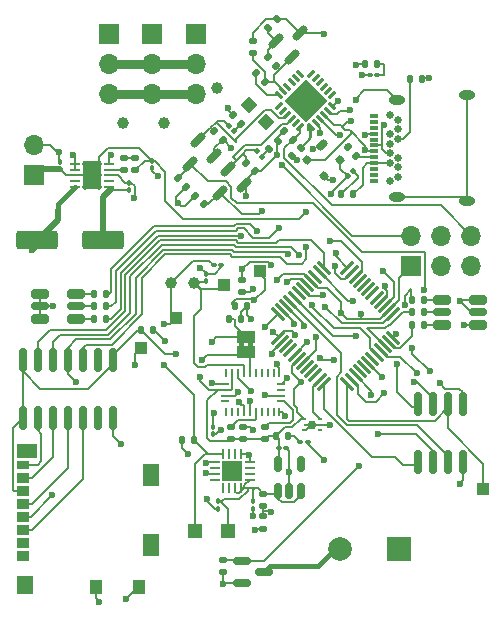
<source format=gbr>
%TF.GenerationSoftware,KiCad,Pcbnew,8.0.6*%
%TF.CreationDate,2024-12-10T11:27:28-08:00*%
%TF.ProjectId,Vanguard_new,56616e67-7561-4726-945f-6e65772e6b69,rev?*%
%TF.SameCoordinates,Original*%
%TF.FileFunction,Copper,L1,Top*%
%TF.FilePolarity,Positive*%
%FSLAX46Y46*%
G04 Gerber Fmt 4.6, Leading zero omitted, Abs format (unit mm)*
G04 Created by KiCad (PCBNEW 8.0.6) date 2024-12-10 11:27:28*
%MOMM*%
%LPD*%
G01*
G04 APERTURE LIST*
G04 Aperture macros list*
%AMRoundRect*
0 Rectangle with rounded corners*
0 $1 Rounding radius*
0 $2 $3 $4 $5 $6 $7 $8 $9 X,Y pos of 4 corners*
0 Add a 4 corners polygon primitive as box body*
4,1,4,$2,$3,$4,$5,$6,$7,$8,$9,$2,$3,0*
0 Add four circle primitives for the rounded corners*
1,1,$1+$1,$2,$3*
1,1,$1+$1,$4,$5*
1,1,$1+$1,$6,$7*
1,1,$1+$1,$8,$9*
0 Add four rect primitives between the rounded corners*
20,1,$1+$1,$2,$3,$4,$5,0*
20,1,$1+$1,$4,$5,$6,$7,0*
20,1,$1+$1,$6,$7,$8,$9,0*
20,1,$1+$1,$8,$9,$2,$3,0*%
%AMRotRect*
0 Rectangle, with rotation*
0 The origin of the aperture is its center*
0 $1 length*
0 $2 width*
0 $3 Rotation angle, in degrees counterclockwise*
0 Add horizontal line*
21,1,$1,$2,0,0,$3*%
%AMFreePoly0*
4,1,13,0.320000,0.125000,0.700000,0.125000,0.700000,-0.125000,0.320000,-0.125000,0.200000,-0.350000,-0.200000,-0.350000,-0.320000,-0.125000,-0.850000,-0.125000,-0.850000,0.125000,-0.320000,0.125000,-0.200000,0.350000,0.200000,0.350000,0.320000,0.125000,0.320000,0.125000,$1*%
G04 Aperture macros list end*
%TA.AperFunction,EtchedComponent*%
%ADD10C,0.000000*%
%TD*%
%TA.AperFunction,SMDPad,CuDef*%
%ADD11R,1.500000X1.000000*%
%TD*%
%TA.AperFunction,SMDPad,CuDef*%
%ADD12RoundRect,0.135000X0.035355X-0.226274X0.226274X-0.035355X-0.035355X0.226274X-0.226274X0.035355X0*%
%TD*%
%TA.AperFunction,SMDPad,CuDef*%
%ADD13RoundRect,0.135000X-0.135000X-0.185000X0.135000X-0.185000X0.135000X0.185000X-0.135000X0.185000X0*%
%TD*%
%TA.AperFunction,ComponentPad*%
%ADD14R,1.700000X1.700000*%
%TD*%
%TA.AperFunction,ComponentPad*%
%ADD15O,1.700000X1.700000*%
%TD*%
%TA.AperFunction,SMDPad,CuDef*%
%ADD16RoundRect,0.100000X-0.162635X0.021213X0.021213X-0.162635X0.162635X-0.021213X-0.021213X0.162635X0*%
%TD*%
%TA.AperFunction,SMDPad,CuDef*%
%ADD17RoundRect,0.100000X-0.021213X-0.162635X0.162635X0.021213X0.021213X0.162635X-0.162635X-0.021213X0*%
%TD*%
%TA.AperFunction,SMDPad,CuDef*%
%ADD18RoundRect,0.075000X0.521491X-0.415425X-0.415425X0.521491X-0.521491X0.415425X0.415425X-0.521491X0*%
%TD*%
%TA.AperFunction,SMDPad,CuDef*%
%ADD19RoundRect,0.075000X0.521491X0.415425X0.415425X0.521491X-0.521491X-0.415425X-0.415425X-0.521491X0*%
%TD*%
%TA.AperFunction,SMDPad,CuDef*%
%ADD20RoundRect,0.062500X0.362500X0.062500X-0.362500X0.062500X-0.362500X-0.062500X0.362500X-0.062500X0*%
%TD*%
%TA.AperFunction,HeatsinkPad*%
%ADD21C,0.500000*%
%TD*%
%TA.AperFunction,HeatsinkPad*%
%ADD22R,1.650000X2.380000*%
%TD*%
%TA.AperFunction,SMDPad,CuDef*%
%ADD23RoundRect,0.150000X-0.309359X-0.521491X0.521491X0.309359X0.309359X0.521491X-0.521491X-0.309359X0*%
%TD*%
%TA.AperFunction,SMDPad,CuDef*%
%ADD24RoundRect,0.135000X0.135000X0.185000X-0.135000X0.185000X-0.135000X-0.185000X0.135000X-0.185000X0*%
%TD*%
%TA.AperFunction,SMDPad,CuDef*%
%ADD25R,1.000000X1.000000*%
%TD*%
%TA.AperFunction,SMDPad,CuDef*%
%ADD26RotRect,1.000000X1.000000X225.000000*%
%TD*%
%TA.AperFunction,SMDPad,CuDef*%
%ADD27RoundRect,0.135000X-0.226274X-0.035355X-0.035355X-0.226274X0.226274X0.035355X0.035355X0.226274X0*%
%TD*%
%TA.AperFunction,SMDPad,CuDef*%
%ADD28RoundRect,0.135000X0.226274X0.035355X0.035355X0.226274X-0.226274X-0.035355X-0.035355X-0.226274X0*%
%TD*%
%TA.AperFunction,SMDPad,CuDef*%
%ADD29RoundRect,0.135000X-0.185000X0.135000X-0.185000X-0.135000X0.185000X-0.135000X0.185000X0.135000X0*%
%TD*%
%TA.AperFunction,SMDPad,CuDef*%
%ADD30RoundRect,0.062500X-0.350000X-0.062500X0.350000X-0.062500X0.350000X0.062500X-0.350000X0.062500X0*%
%TD*%
%TA.AperFunction,SMDPad,CuDef*%
%ADD31RoundRect,0.062500X-0.062500X-0.350000X0.062500X-0.350000X0.062500X0.350000X-0.062500X0.350000X0*%
%TD*%
%TA.AperFunction,HeatsinkPad*%
%ADD32R,1.700000X1.700000*%
%TD*%
%TA.AperFunction,SMDPad,CuDef*%
%ADD33RoundRect,0.100000X-0.130000X-0.100000X0.130000X-0.100000X0.130000X0.100000X-0.130000X0.100000X0*%
%TD*%
%TA.AperFunction,SMDPad,CuDef*%
%ADD34RoundRect,0.135000X-0.035355X0.226274X-0.226274X0.035355X0.035355X-0.226274X0.226274X-0.035355X0*%
%TD*%
%TA.AperFunction,SMDPad,CuDef*%
%ADD35RoundRect,0.100000X0.100000X-0.130000X0.100000X0.130000X-0.100000X0.130000X-0.100000X-0.130000X0*%
%TD*%
%TA.AperFunction,ComponentPad*%
%ADD36R,2.000000X2.000000*%
%TD*%
%TA.AperFunction,ComponentPad*%
%ADD37C,2.000000*%
%TD*%
%TA.AperFunction,SMDPad,CuDef*%
%ADD38RoundRect,0.150000X-0.587500X-0.150000X0.587500X-0.150000X0.587500X0.150000X-0.587500X0.150000X0*%
%TD*%
%TA.AperFunction,SMDPad,CuDef*%
%ADD39RoundRect,0.147500X-0.172500X0.147500X-0.172500X-0.147500X0.172500X-0.147500X0.172500X0.147500X0*%
%TD*%
%TA.AperFunction,SMDPad,CuDef*%
%ADD40RoundRect,0.100000X-0.100000X0.130000X-0.100000X-0.130000X0.100000X-0.130000X0.100000X0.130000X0*%
%TD*%
%TA.AperFunction,SMDPad,CuDef*%
%ADD41R,1.200000X1.200000*%
%TD*%
%TA.AperFunction,SMDPad,CuDef*%
%ADD42R,0.254000X0.675000*%
%TD*%
%TA.AperFunction,SMDPad,CuDef*%
%ADD43R,0.675000X0.254000*%
%TD*%
%TA.AperFunction,SMDPad,CuDef*%
%ADD44RoundRect,0.160000X-0.565000X-0.240000X0.565000X-0.240000X0.565000X0.240000X-0.565000X0.240000X0*%
%TD*%
%TA.AperFunction,SMDPad,CuDef*%
%ADD45RoundRect,0.120000X-0.605000X-0.180000X0.605000X-0.180000X0.605000X0.180000X-0.605000X0.180000X0*%
%TD*%
%TA.AperFunction,SMDPad,CuDef*%
%ADD46RoundRect,0.062500X0.112500X0.062500X-0.112500X0.062500X-0.112500X-0.062500X0.112500X-0.062500X0*%
%TD*%
%TA.AperFunction,SMDPad,CuDef*%
%ADD47FreePoly0,180.000000*%
%TD*%
%TA.AperFunction,SMDPad,CuDef*%
%ADD48RoundRect,0.150000X0.150000X-0.825000X0.150000X0.825000X-0.150000X0.825000X-0.150000X-0.825000X0*%
%TD*%
%TA.AperFunction,SMDPad,CuDef*%
%ADD49R,0.700000X0.300000*%
%TD*%
%TA.AperFunction,ComponentPad*%
%ADD50C,0.650000*%
%TD*%
%TA.AperFunction,ComponentPad*%
%ADD51O,1.400000X0.800000*%
%TD*%
%TA.AperFunction,ComponentPad*%
%ADD52C,1.000000*%
%TD*%
%TA.AperFunction,SMDPad,CuDef*%
%ADD53RoundRect,0.135000X0.185000X-0.135000X0.185000X0.135000X-0.185000X0.135000X-0.185000X-0.135000X0*%
%TD*%
%TA.AperFunction,SMDPad,CuDef*%
%ADD54RoundRect,0.150000X0.309359X0.521491X-0.521491X-0.309359X-0.309359X-0.521491X0.521491X0.309359X0*%
%TD*%
%TA.AperFunction,SMDPad,CuDef*%
%ADD55RoundRect,0.100000X0.130000X0.100000X-0.130000X0.100000X-0.130000X-0.100000X0.130000X-0.100000X0*%
%TD*%
%TA.AperFunction,SMDPad,CuDef*%
%ADD56RoundRect,0.250000X1.500000X0.550000X-1.500000X0.550000X-1.500000X-0.550000X1.500000X-0.550000X0*%
%TD*%
%TA.AperFunction,SMDPad,CuDef*%
%ADD57RoundRect,0.150000X0.150000X-0.512500X0.150000X0.512500X-0.150000X0.512500X-0.150000X-0.512500X0*%
%TD*%
%TA.AperFunction,SMDPad,CuDef*%
%ADD58RoundRect,0.160000X0.565000X0.240000X-0.565000X0.240000X-0.565000X-0.240000X0.565000X-0.240000X0*%
%TD*%
%TA.AperFunction,SMDPad,CuDef*%
%ADD59RoundRect,0.120000X0.605000X0.180000X-0.605000X0.180000X-0.605000X-0.180000X0.605000X-0.180000X0*%
%TD*%
%TA.AperFunction,SMDPad,CuDef*%
%ADD60RoundRect,0.062500X0.203293X0.291682X-0.291682X-0.203293X-0.203293X-0.291682X0.291682X0.203293X0*%
%TD*%
%TA.AperFunction,SMDPad,CuDef*%
%ADD61RoundRect,0.062500X-0.203293X0.291682X-0.291682X0.203293X0.203293X-0.291682X0.291682X-0.203293X0*%
%TD*%
%TA.AperFunction,HeatsinkPad*%
%ADD62RotRect,2.600000X2.600000X225.000000*%
%TD*%
%TA.AperFunction,SMDPad,CuDef*%
%ADD63R,1.100000X0.850000*%
%TD*%
%TA.AperFunction,SMDPad,CuDef*%
%ADD64R,1.100000X0.750000*%
%TD*%
%TA.AperFunction,SMDPad,CuDef*%
%ADD65R,1.000000X1.200000*%
%TD*%
%TA.AperFunction,SMDPad,CuDef*%
%ADD66R,1.350000X1.550000*%
%TD*%
%TA.AperFunction,SMDPad,CuDef*%
%ADD67R,1.350000X1.900000*%
%TD*%
%TA.AperFunction,SMDPad,CuDef*%
%ADD68R,1.800000X1.170000*%
%TD*%
%TA.AperFunction,SMDPad,CuDef*%
%ADD69RoundRect,0.175000X-0.353553X-0.106066X-0.106066X-0.353553X0.353553X0.106066X0.106066X0.353553X0*%
%TD*%
%TA.AperFunction,SMDPad,CuDef*%
%ADD70RoundRect,0.150000X-0.247487X0.035355X0.035355X-0.247487X0.247487X-0.035355X-0.035355X0.247487X0*%
%TD*%
%TA.AperFunction,ViaPad*%
%ADD71C,0.600000*%
%TD*%
%TA.AperFunction,ViaPad*%
%ADD72C,1.000000*%
%TD*%
%TA.AperFunction,Conductor*%
%ADD73C,0.200000*%
%TD*%
%TA.AperFunction,Conductor*%
%ADD74C,0.500000*%
%TD*%
%TA.AperFunction,Conductor*%
%ADD75C,0.800000*%
%TD*%
%TA.AperFunction,Conductor*%
%ADD76C,0.400000*%
%TD*%
G04 APERTURE END LIST*
D10*
%TA.AperFunction,EtchedComponent*%
%TO.C,ADR1*%
G36*
X112707500Y-112990000D02*
G01*
X112307500Y-112990000D01*
X112307500Y-112490000D01*
X112707500Y-112490000D01*
X112707500Y-112990000D01*
G37*
%TD.AperFunction*%
%TA.AperFunction,EtchedComponent*%
G36*
X113507500Y-112990000D02*
G01*
X113107500Y-112990000D01*
X113107500Y-112490000D01*
X113507500Y-112490000D01*
X113507500Y-112990000D01*
G37*
%TD.AperFunction*%
%TD*%
D11*
%TO.P,ADR1,1,A*%
%TO.N,GND*%
X112907500Y-113390000D03*
%TO.P,ADR1,2,B*%
%TO.N,Net-(ADR1-B)*%
X112907500Y-112090000D03*
%TD*%
D12*
%TO.P,R2,1*%
%TO.N,+3.3V*%
X116832161Y-96771175D03*
%TO.P,R2,2*%
%TO.N,Net-(J2-Pin_3)*%
X117553409Y-96049927D03*
%TD*%
D13*
%TO.P,R30,1*%
%TO.N,Net-(PORTSIDE_RGB1-GA)*%
X100015001Y-108450000D03*
%TO.P,R30,2*%
%TO.N,PORT_GREEN*%
X101034999Y-108450000D03*
%TD*%
D14*
%TO.P,J5,1,Pin_1*%
%TO.N,PORT_SERVO*%
X105000000Y-86420000D03*
D15*
%TO.P,J5,2,Pin_2*%
%TO.N,+5V*%
X105000000Y-88960000D03*
%TO.P,J5,3,Pin_3*%
%TO.N,GND*%
X105000000Y-91500000D03*
%TD*%
D16*
%TO.P,D2,1,K*%
%TO.N,Net-(D2-K)*%
X111473777Y-94210237D03*
%TO.P,D2,2,A*%
%TO.N,Net-(D2-A)*%
X111926325Y-94662785D03*
%TD*%
D17*
%TO.P,D7,1,K*%
%TO.N,BATT_IN*%
X121517678Y-98470226D03*
%TO.P,D7,2,A*%
%TO.N,Net-(D7-A)*%
X121970226Y-98017678D03*
%TD*%
D18*
%TO.P,U2,1,PA5*%
%TO.N,PA2{slash}SCK*%
X121498788Y-116048427D03*
%TO.P,U2,2,PA6*%
%TO.N,PA1{slash}MOSI*%
X121852342Y-115694873D03*
%TO.P,U2,3,PA7*%
%TO.N,PA0{slash}MISO*%
X122205895Y-115341320D03*
%TO.P,U2,4,PB0*%
%TO.N,unconnected-(U2-PB0-Pad4)*%
X122559449Y-114987766D03*
%TO.P,U2,5,PB1*%
%TO.N,unconnected-(U2-PB1-Pad5)*%
X122913002Y-114634213D03*
%TO.P,U2,6,PB2*%
%TO.N,STAR_BLUE*%
X123266555Y-114280660D03*
%TO.P,U2,7,PB3*%
%TO.N,unconnected-(U2-PB3-Pad7)*%
X123620109Y-113927106D03*
%TO.P,U2,8,PB4*%
%TO.N,TX0*%
X123973662Y-113573553D03*
%TO.P,U2,9,PB5*%
%TO.N,RX0*%
X124327215Y-113220000D03*
%TO.P,U2,10,PC0*%
%TO.N,STAR_RED*%
X124680769Y-112866446D03*
%TO.P,U2,11,PC1*%
%TO.N,STAR_GREEN*%
X125034322Y-112512893D03*
%TO.P,U2,12,PC2*%
%TO.N,SDA*%
X125387876Y-112159339D03*
D19*
%TO.P,U2,13,PC3*%
%TO.N,PORT_SERVO*%
X125387876Y-110161763D03*
%TO.P,U2,14,VCC*%
%TO.N,+3.3V*%
X125034322Y-109808209D03*
%TO.P,U2,15,GND*%
%TO.N,GND*%
X124680769Y-109454656D03*
%TO.P,U2,16,PC4*%
%TO.N,BUZZER*%
X124327215Y-109101102D03*
%TO.P,U2,17,PC5*%
%TO.N,unconnected-(U2-PC5-Pad17)*%
X123973662Y-108747549D03*
%TO.P,U2,18,PC6*%
%TO.N,unconnected-(U2-PC6-Pad18)*%
X123620109Y-108393996D03*
%TO.P,U2,19,PC7*%
%TO.N,unconnected-(U2-PC7-Pad19)*%
X123266555Y-108040442D03*
%TO.P,U2,20,PD0*%
%TO.N,unconnected-(U2-PD0-Pad20)*%
X122913002Y-107686889D03*
%TO.P,U2,21,PD1*%
%TO.N,unconnected-(U2-PD1-Pad21)*%
X122559449Y-107333336D03*
%TO.P,U2,22,PD2*%
%TO.N,D5*%
X122205895Y-106979782D03*
%TO.P,U2,23,PD3*%
%TO.N,D4*%
X121852342Y-106626229D03*
%TO.P,U2,24,PD4*%
%TO.N,D6*%
X121498788Y-106272675D03*
D18*
%TO.P,U2,25,PD5*%
%TO.N,D7*%
X119501212Y-106272675D03*
%TO.P,U2,26,PD6*%
%TO.N,CD*%
X119147658Y-106626229D03*
%TO.P,U2,27,PD7*%
%TO.N,unconnected-(U2-PD7-Pad27)*%
X118794105Y-106979782D03*
%TO.P,U2,28,AVCC*%
%TO.N,+3.3V*%
X118440551Y-107333336D03*
%TO.P,U2,29,GND*%
%TO.N,GND*%
X118086998Y-107686889D03*
%TO.P,U2,30,PE0*%
%TO.N,PORT_RED*%
X117733445Y-108040442D03*
%TO.P,U2,31,PE1*%
%TO.N,unconnected-(U2-PE1-Pad31)*%
X117379891Y-108393996D03*
%TO.P,U2,32,PE2*%
%TO.N,HOLD*%
X117026338Y-108747549D03*
%TO.P,U2,33,PE3*%
%TO.N,WP*%
X116672785Y-109101102D03*
%TO.P,U2,34,PF0*%
%TO.N,PORT_GREEN*%
X116319231Y-109454656D03*
%TO.P,U2,35,PF1*%
%TO.N,PORT_BLUE*%
X115965678Y-109808209D03*
%TO.P,U2,36,PF2*%
%TO.N,STAR_SERVO*%
X115612124Y-110161763D03*
D19*
%TO.P,U2,37,PF3*%
%TO.N,SCL*%
X115612124Y-112159339D03*
%TO.P,U2,38,PF4*%
%TO.N,EJEC_SERVO*%
X115965678Y-112512893D03*
%TO.P,U2,39,PF5*%
%TO.N,unconnected-(U2-PF5-Pad39)*%
X116319231Y-112866446D03*
%TO.P,U2,40,PF6/~{RESET}*%
%TO.N,unconnected-(U2-PF6{slash}~{RESET}-Pad40)*%
X116672785Y-113220000D03*
%TO.P,U2,41,UPDI*%
%TO.N,UPDI*%
X117026338Y-113573553D03*
%TO.P,U2,42,VCC*%
%TO.N,+3.3V*%
X117379891Y-113927106D03*
%TO.P,U2,43,GND*%
%TO.N,GND*%
X117733445Y-114280660D03*
%TO.P,U2,44,PA0*%
%TO.N,unconnected-(U2-PA0-Pad44)*%
X118086998Y-114634213D03*
%TO.P,U2,45,PA1*%
%TO.N,unconnected-(U2-PA1-Pad45)*%
X118440551Y-114987766D03*
%TO.P,U2,46,PA2*%
%TO.N,unconnected-(U2-PA2-Pad46)*%
X118794105Y-115341320D03*
%TO.P,U2,47,PA3*%
%TO.N,TEMP_SENSOR*%
X119147658Y-115694873D03*
%TO.P,U2,48,PA4*%
%TO.N,PA3{slash}SS*%
X119501212Y-116048427D03*
%TD*%
D20*
%TO.P,U8,1,VOUT*%
%TO.N,+5V*%
X101350000Y-99415000D03*
%TO.P,U8,2,NC*%
%TO.N,unconnected-(U8-NC-Pad2)*%
X101350000Y-98915000D03*
%TO.P,U8,3,SW*%
%TO.N,GND*%
X101350000Y-98415000D03*
%TO.P,U8,4,SW*%
%TO.N,Net-(L1-Pad2)*%
X101350000Y-97915000D03*
%TO.P,U8,5,PGND*%
%TO.N,GND*%
X101350000Y-97415000D03*
%TO.P,U8,6,PGND*%
X98450000Y-97415000D03*
%TO.P,U8,7,PGND*%
X98450000Y-97915000D03*
%TO.P,U8,8,VBAT*%
%TO.N,BATT_IN*%
X98450000Y-98415000D03*
%TO.P,U8,9,LBI*%
%TO.N,unconnected-(U8-LBI-Pad9)*%
X98450000Y-98915000D03*
%TO.P,U8,10,SYNC*%
%TO.N,GND*%
X98450000Y-99415000D03*
D21*
%TO.P,U8,11,EN*%
%TO.N,BATT_IN*%
X100475000Y-99355000D03*
X100475000Y-97475000D03*
X100474999Y-98415000D03*
D22*
X99900000Y-98415000D03*
D21*
X99325001Y-98415000D03*
X99325000Y-99355000D03*
X99325000Y-97475000D03*
%TD*%
D23*
%TO.P,Q1,1,G*%
%TO.N,+3.3V*%
X115485208Y-87014625D03*
%TO.P,Q1,2,S*%
%TO.N,/TX_UPDI*%
X116828711Y-88358128D03*
%TO.P,Q1,3,D*%
%TO.N,UPDI*%
X117482785Y-86360551D03*
%TD*%
D24*
%TO.P,R23,1*%
%TO.N,+3.3V*%
X112510000Y-110560000D03*
%TO.P,R23,2*%
%TO.N,Net-(ADR1-B)*%
X111490000Y-110560000D03*
%TD*%
D25*
%TO.P,TP3,1,1*%
%TO.N,D4*%
X104000000Y-113000000D03*
%TD*%
D26*
%TO.P,TP2,1,1*%
%TO.N,Net-(D1-I{slash}O2)*%
X114650000Y-93920000D03*
%TD*%
D27*
%TO.P,R5,1*%
%TO.N,/RX_UPDI*%
X113778752Y-89778752D03*
%TO.P,R5,2*%
%TO.N,/TX_UPDI*%
X114500000Y-90500000D03*
%TD*%
D14*
%TO.P,J4,1,Pin_1*%
%TO.N,STAR_SERVO*%
X101350000Y-86420000D03*
D15*
%TO.P,J4,2,Pin_2*%
%TO.N,+5V*%
X101350000Y-88960000D03*
%TO.P,J4,3,Pin_3*%
%TO.N,GND*%
X101350000Y-91500000D03*
%TD*%
D28*
%TO.P,R10,1*%
%TO.N,+3.3V*%
X113644033Y-98041801D03*
%TO.P,R10,2*%
%TO.N,Net-(D3-K)*%
X112922785Y-97320553D03*
%TD*%
D25*
%TO.P,TP4,1,1*%
%TO.N,PA2{slash}SCK*%
X133000000Y-125000000D03*
%TD*%
D29*
%TO.P,R15,1*%
%TO.N,Net-(D6-K)*%
X114392499Y-125375000D03*
%TO.P,R15,2*%
%TO.N,Net-(U9-FB)*%
X114392499Y-126395000D03*
%TD*%
D26*
%TO.P,TP1,1,1*%
%TO.N,Net-(D1-I{slash}O1)*%
X113190000Y-92450000D03*
%TD*%
D13*
%TO.P,R25,1*%
%TO.N,STAR_BLUE*%
X126985000Y-108960000D03*
%TO.P,R25,2*%
%TO.N,Net-(STARBOARD_RGB1-BA)*%
X128005000Y-108960000D03*
%TD*%
D25*
%TO.P,TP6,1,1*%
%TO.N,Net-(U6-XOUT32{slash}CLKSEL1)*%
X111037500Y-107700000D03*
%TD*%
D30*
%TO.P,U9,1,FB*%
%TO.N,Net-(U9-FB)*%
X110297499Y-122685000D03*
%TO.P,U9,2,VCC*%
%TO.N,unconnected-(U9-VCC-Pad2)*%
X110297499Y-123185000D03*
%TO.P,U9,3,AGND*%
%TO.N,GND*%
X110297499Y-123685000D03*
%TO.P,U9,4,SW*%
%TO.N,unconnected-(U9-SW-Pad19)*%
X110297499Y-124185000D03*
D31*
%TO.P,U9,5,SW*%
%TO.N,unconnected-(U9-SW-Pad19)_1*%
X111009999Y-124897500D03*
%TO.P,U9,6,SW*%
%TO.N,unconnected-(U9-SW-Pad19)_2*%
X111509999Y-124897500D03*
%TO.P,U9,7,OUT*%
%TO.N,Net-(D6-K)*%
X112009999Y-124897500D03*
%TO.P,U9,8,OUT*%
X112509999Y-124897500D03*
D30*
%TO.P,U9,9,OUT*%
X113222499Y-124185000D03*
%TO.P,U9,10*%
%TO.N,N/C*%
X113222499Y-123685000D03*
%TO.P,U9,11,BST*%
%TO.N,unconnected-(U9-BST-Pad11)*%
X113222499Y-123185000D03*
%TO.P,U9,12,PGND*%
%TO.N,GND*%
X113222499Y-122685000D03*
D31*
%TO.P,U9,13,PGND*%
X112509999Y-121972500D03*
%TO.P,U9,14,PGND*%
X112009999Y-121972500D03*
%TO.P,U9,15*%
%TO.N,N/C*%
X111509999Y-121972500D03*
%TO.P,U9,16,IN*%
%TO.N,BATT_IN*%
X111009999Y-121972500D03*
D32*
%TO.P,U9,17,EN*%
%TO.N,Net-(U9-EN)*%
X111759999Y-123435000D03*
%TD*%
D33*
%TO.P,C6,1*%
%TO.N,+3.3V*%
X115680000Y-121500000D03*
%TO.P,C6,2*%
%TO.N,GND*%
X116320000Y-121500000D03*
%TD*%
D34*
%TO.P,R3,1*%
%TO.N,+3.3V*%
X115623409Y-95469927D03*
%TO.P,R3,2*%
%TO.N,Net-(D3-A)*%
X114902161Y-96191175D03*
%TD*%
D35*
%TO.P,C9,1*%
%TO.N,+5V*%
X103000000Y-99665000D03*
%TO.P,C9,2*%
%TO.N,GND*%
X103000000Y-99025000D03*
%TD*%
D36*
%TO.P,BZ1,1,+*%
%TO.N,+5V*%
X125870785Y-130000000D03*
D37*
%TO.P,BZ1,2,-*%
%TO.N,Net-(BZ1--)*%
X120870785Y-130000000D03*
%TD*%
D13*
%TO.P,R1,1*%
%TO.N,GND*%
X122990001Y-89000000D03*
%TO.P,R1,2*%
X124009999Y-89000000D03*
%TD*%
D38*
%TO.P,Q4,1,G*%
%TO.N,BUZZER*%
X112562500Y-131050000D03*
%TO.P,Q4,2,S*%
%TO.N,GND*%
X112562500Y-132950000D03*
%TO.P,Q4,3,D*%
%TO.N,Net-(BZ1--)*%
X114437501Y-132000000D03*
%TD*%
D13*
%TO.P,R24,1*%
%TO.N,+3.3V*%
X104027500Y-111500000D03*
%TO.P,R24,2*%
%TO.N,Net-(U6-~{BOOT})*%
X105047500Y-111500000D03*
%TD*%
D35*
%TO.P,C8,1*%
%TO.N,BATT_IN*%
X97140000Y-97905000D03*
%TO.P,C8,2*%
%TO.N,GND*%
X97140000Y-97265000D03*
%TD*%
D13*
%TO.P,R26,1*%
%TO.N,STAR_RED*%
X126985000Y-110000000D03*
%TO.P,R26,2*%
%TO.N,Net-(STARBOARD_RGB1-RA)*%
X128005000Y-110000000D03*
%TD*%
D29*
%TO.P,R33,1*%
%TO.N,Net-(L1-Pad1)*%
X103560000Y-96945001D03*
%TO.P,R33,2*%
%TO.N,BATT_IN*%
X103560000Y-97964999D03*
%TD*%
D33*
%TO.P,C3,1*%
%TO.N,Net-(U6-XIN32)*%
X110180000Y-106000000D03*
%TO.P,C3,2*%
%TO.N,GND*%
X110820000Y-106000000D03*
%TD*%
D29*
%TO.P,R34,1*%
%TO.N,BUZZER*%
X111000000Y-130990001D03*
%TO.P,R34,2*%
%TO.N,GND*%
X111000000Y-132009999D03*
%TD*%
D39*
%TO.P,L1,1,1*%
%TO.N,Net-(L1-Pad1)*%
X102560000Y-96950001D03*
%TO.P,L1,2,2*%
%TO.N,Net-(L1-Pad2)*%
X102560000Y-97920001D03*
%TD*%
D40*
%TO.P,C7,1*%
%TO.N,Net-(U6-CAP)*%
X110147500Y-119695000D03*
%TO.P,C7,2*%
%TO.N,GND*%
X110147500Y-120335000D03*
%TD*%
D41*
%TO.P,D6,1,K*%
%TO.N,Net-(D6-K)*%
X111399999Y-128500000D03*
%TO.P,D6,2,A*%
%TO.N,BATT_IN*%
X108600001Y-128500000D03*
%TD*%
D27*
%TO.P,R13,1*%
%TO.N,+3.3V*%
X108639376Y-100139376D03*
%TO.P,R13,2*%
%TO.N,TX0*%
X109360624Y-100860624D03*
%TD*%
D13*
%TO.P,R17,1*%
%TO.N,+3.3V*%
X115490000Y-120500000D03*
%TO.P,R17,2*%
%TO.N,Net-(D5-A)*%
X116510000Y-120500000D03*
%TD*%
D42*
%TO.P,U6,1,RESV_NC*%
%TO.N,unconnected-(U6-RESV_NC-Pad1)*%
X111250000Y-115137500D03*
D43*
%TO.P,U6,2,GND*%
%TO.N,GND*%
X111112500Y-116050000D03*
%TO.P,U6,3,VDD*%
%TO.N,+3.3V*%
X111112500Y-116550000D03*
%TO.P,U6,4,~{BOOT}*%
%TO.N,Net-(U6-~{BOOT})*%
X111112500Y-117050000D03*
%TO.P,U6,5,PS1*%
%TO.N,PS1*%
X111112500Y-117550000D03*
D42*
%TO.P,U6,6,PS0/WAKE*%
%TO.N,PS0{slash}WAKE*%
X111250000Y-118462500D03*
%TO.P,U6,7,RESV_NC*%
%TO.N,unconnected-(U6-RESV_NC-Pad7)*%
X111750000Y-118462500D03*
%TO.P,U6,8,RESV_NC*%
%TO.N,unconnected-(U6-RESV_NC-Pad8)*%
X112250000Y-118462500D03*
%TO.P,U6,9,CAP*%
%TO.N,Net-(U6-CAP)*%
X112750000Y-118462500D03*
%TO.P,U6,10,CLKSEL0*%
%TO.N,GND*%
X113250000Y-118462500D03*
%TO.P,U6,11,~{RST}*%
%TO.N,Net-(U6-~{RST})*%
X113750000Y-118462500D03*
%TO.P,U6,12,RESV_NC*%
%TO.N,unconnected-(U6-RESV_NC-Pad12)*%
X114250000Y-118462500D03*
%TO.P,U6,13,RESV_NC*%
%TO.N,unconnected-(U6-RESV_NC-Pad13)*%
X114750000Y-118462500D03*
%TO.P,U6,14,~{H_INT}*%
%TO.N,INT*%
X115250000Y-118462500D03*
%TO.P,U6,15,ENV_SCL*%
%TO.N,Net-(U6-ENV_SCL)*%
X115750000Y-118462500D03*
D43*
%TO.P,U6,16,ENV_SDA*%
%TO.N,Net-(U6-ENV_SDA)*%
X115887500Y-117550000D03*
%TO.P,U6,17,SA0/H_MOSI*%
%TO.N,Net-(ADR1-B)*%
X115887500Y-117050000D03*
%TO.P,U6,18,~{H_CS}*%
%TO.N,unconnected-(U6-~{H_CS}-Pad18)*%
X115887500Y-116550000D03*
%TO.P,U6,19,H_SCL/SCK/RX*%
%TO.N,SCL*%
X115887500Y-116050000D03*
D42*
%TO.P,U6,20,H_SDA/H_MISO/TX*%
%TO.N,SDA*%
X115750000Y-115137500D03*
%TO.P,U6,21,RESV_NC*%
%TO.N,unconnected-(U6-RESV_NC-Pad21)*%
X115250000Y-115137500D03*
%TO.P,U6,22,RESV_NC*%
%TO.N,unconnected-(U6-RESV_NC-Pad22)*%
X114750000Y-115137500D03*
%TO.P,U6,23,RESV_NC*%
%TO.N,unconnected-(U6-RESV_NC-Pad23)*%
X114250000Y-115137500D03*
%TO.P,U6,24,RESV_NC*%
%TO.N,unconnected-(U6-RESV_NC-Pad24)*%
X113750000Y-115137500D03*
%TO.P,U6,25,GNDIO*%
%TO.N,GND*%
X113250000Y-115137500D03*
%TO.P,U6,26,XOUT32/CLKSEL1*%
%TO.N,Net-(U6-XOUT32{slash}CLKSEL1)*%
X112750000Y-115137500D03*
%TO.P,U6,27,XIN32*%
%TO.N,Net-(U6-XIN32)*%
X112250000Y-115137500D03*
%TO.P,U6,28,VDDIO*%
%TO.N,+3.3V*%
X111750000Y-115137500D03*
%TD*%
D13*
%TO.P,R32,1*%
%TO.N,Net-(J1-CC2)*%
X126822786Y-90210551D03*
%TO.P,R32,2*%
%TO.N,GND*%
X127842784Y-90210551D03*
%TD*%
D28*
%TO.P,R9,1*%
%TO.N,+3.3V*%
X110945214Y-95378731D03*
%TO.P,R9,2*%
%TO.N,Net-(D2-K)*%
X110223966Y-94657483D03*
%TD*%
D44*
%TO.P,STARBOARD_RGB1,1,BA*%
%TO.N,Net-(STARBOARD_RGB1-BA)*%
X129500000Y-108950000D03*
D45*
%TO.P,STARBOARD_RGB1,2,RA*%
%TO.N,Net-(STARBOARD_RGB1-RA)*%
X129500000Y-110000000D03*
D44*
%TO.P,STARBOARD_RGB1,3,GA*%
%TO.N,Net-(STARBOARD_RGB1-GA)*%
X129500000Y-111050000D03*
%TO.P,STARBOARD_RGB1,4,GK*%
%TO.N,GND*%
X132550000Y-111050000D03*
D45*
%TO.P,STARBOARD_RGB1,5,RK*%
X132550000Y-110000000D03*
D44*
%TO.P,STARBOARD_RGB1,6,BK*%
X132550000Y-108950000D03*
%TD*%
D33*
%TO.P,C1,1*%
%TO.N,GND*%
X123390000Y-89900000D03*
%TO.P,C1,2*%
X124030000Y-89900000D03*
%TD*%
D35*
%TO.P,C2,1*%
%TO.N,Net-(U6-XOUT32{slash}CLKSEL1)*%
X109530000Y-107390000D03*
%TO.P,C2,2*%
%TO.N,GND*%
X109530000Y-106750000D03*
%TD*%
D29*
%TO.P,R18,1*%
%TO.N,Net-(U6-~{RST})*%
X111647500Y-119720000D03*
%TO.P,R18,2*%
%TO.N,+3.3V*%
X111647500Y-120740000D03*
%TD*%
%TO.P,R21,1*%
%TO.N,+3.3V*%
X112557215Y-107239450D03*
%TO.P,R21,2*%
%TO.N,SDA*%
X112557215Y-108259448D03*
%TD*%
D46*
%TO.P,U5,1,NC*%
%TO.N,unconnected-(U5-NC-Pad1)*%
X119175001Y-119999999D03*
D47*
%TO.P,U5,2,PG*%
%TO.N,GND*%
X118500001Y-119500000D03*
D46*
%TO.P,U5,3,OUT*%
%TO.N,TEMP_SENSOR*%
X119175001Y-119000001D03*
%TO.P,U5,4,VDD*%
%TO.N,+3.3V*%
X117825001Y-119000001D03*
%TO.P,U5,5,GND*%
%TO.N,GND*%
X117825001Y-119999999D03*
%TD*%
D24*
%TO.P,R22,1*%
%TO.N,+3.3V*%
X113009999Y-109500000D03*
%TO.P,R22,2*%
%TO.N,SCL*%
X111990001Y-109500000D03*
%TD*%
D48*
%TO.P,U3,1,~{CS}*%
%TO.N,PA3{slash}SS*%
X127465192Y-122696196D03*
%TO.P,U3,2,SO(SOI)*%
%TO.N,PA0{slash}MISO*%
X128735192Y-122696196D03*
%TO.P,U3,3,~{WP}*%
%TO.N,WP*%
X130005192Y-122696196D03*
%TO.P,U3,4,GND*%
%TO.N,GND*%
X131275192Y-122696196D03*
%TO.P,U3,5,SI(SIO)*%
%TO.N,PA1{slash}MOSI*%
X131275192Y-117746196D03*
%TO.P,U3,6,SCK*%
%TO.N,PA2{slash}SCK*%
X130005192Y-117746196D03*
%TO.P,U3,7,~{HOLD}*%
%TO.N,HOLD*%
X128735192Y-117746196D03*
%TO.P,U3,8,VCC*%
%TO.N,+3.3V*%
X127465192Y-117746196D03*
%TD*%
D16*
%TO.P,D3,1,K*%
%TO.N,Net-(D3-K)*%
X113859699Y-96376563D03*
%TO.P,D3,2,A*%
%TO.N,Net-(D3-A)*%
X114312247Y-96829111D03*
%TD*%
D27*
%TO.P,R4,1*%
%TO.N,+3.3V*%
X111800814Y-93292767D03*
%TO.P,R4,2*%
%TO.N,Net-(D2-A)*%
X112522062Y-94014015D03*
%TD*%
D49*
%TO.P,J1,A1,GND*%
%TO.N,GND*%
X123772785Y-98870551D03*
%TO.P,J1,A2*%
%TO.N,N/C*%
X123772785Y-98370551D03*
%TO.P,J1,A3*%
X123772785Y-97870551D03*
%TO.P,J1,A4,VBUS*%
%TO.N,Net-(J1-VBUS-PadA4)*%
X123772784Y-97370551D03*
%TO.P,J1,A5,CC1*%
%TO.N,Net-(J1-CC1)*%
X123772785Y-96870551D03*
%TO.P,J1,A6,D+*%
%TO.N,Net-(D1-I{slash}O1)*%
X123772785Y-96370551D03*
%TO.P,J1,A7,D-*%
%TO.N,Net-(D1-I{slash}O2)*%
X123772785Y-95870551D03*
%TO.P,J1,A8,SBU1*%
%TO.N,unconnected-(J1-SBU1-PadA8)*%
X123772785Y-95370551D03*
%TO.P,J1,A9,VBUS*%
%TO.N,Net-(J1-VBUS-PadA4)*%
X123772784Y-94870551D03*
%TO.P,J1,A10*%
%TO.N,N/C*%
X123772785Y-94370551D03*
%TO.P,J1,A11*%
X123772785Y-93870551D03*
%TO.P,J1,A12,GND*%
%TO.N,GND*%
X123772785Y-93370551D03*
D50*
%TO.P,J1,B1,GND*%
X125082785Y-93320551D03*
%TO.P,J1,B2*%
%TO.N,N/C*%
X125782785Y-93720551D03*
%TO.P,J1,B3*%
X125782785Y-94520551D03*
%TO.P,J1,B4,VBUS*%
%TO.N,Net-(J1-VBUS-PadA4)*%
X125082785Y-94920551D03*
%TO.P,J1,B5,CC2*%
%TO.N,Net-(J1-CC2)*%
X125782785Y-95320551D03*
%TO.P,J1,B6,D+*%
%TO.N,Net-(D1-I{slash}O1)*%
X125082785Y-95720551D03*
%TO.P,J1,B7,D-*%
%TO.N,Net-(D1-I{slash}O2)*%
X125082785Y-96520551D03*
%TO.P,J1,B8,SBU2*%
%TO.N,unconnected-(J1-SBU2-PadB8)*%
X125782785Y-96920551D03*
%TO.P,J1,B9,VBUS*%
%TO.N,Net-(J1-VBUS-PadA4)*%
X125082785Y-97320551D03*
%TO.P,J1,B10*%
%TO.N,N/C*%
X125782785Y-97720551D03*
%TO.P,J1,B11*%
X125782785Y-98520551D03*
%TO.P,J1,B12,GND*%
%TO.N,GND*%
X125082785Y-98920551D03*
D51*
%TO.P,J1,S1,SHIELD*%
X131632785Y-100610551D03*
X125682785Y-100250551D03*
X125682785Y-91990551D03*
X131632785Y-91630551D03*
%TD*%
D52*
%TO.P,Y1,1,1*%
%TO.N,Net-(U6-XOUT32{slash}CLKSEL1)*%
X108500000Y-107500000D03*
%TO.P,Y1,2,2*%
%TO.N,Net-(U6-XIN32)*%
X106600000Y-107500000D03*
%TD*%
D53*
%TO.P,R8,1*%
%TO.N,/TX_UPDI*%
X113500000Y-88009999D03*
%TO.P,R8,2*%
%TO.N,UPDI*%
X113500000Y-86990001D03*
%TD*%
D40*
%TO.P,C11,1*%
%TO.N,Net-(D6-K)*%
X110512499Y-126005000D03*
%TO.P,C11,2*%
%TO.N,GND*%
X110512499Y-126645000D03*
%TD*%
D13*
%TO.P,R35,1*%
%TO.N,Net-(D7-A)*%
X120990001Y-100000000D03*
%TO.P,R35,2*%
%TO.N,Net-(J1-VBUS-PadA4)*%
X122009999Y-100000000D03*
%TD*%
%TO.P,R28,1*%
%TO.N,Net-(PORTSIDE_RGB1-BA)*%
X100025001Y-110530000D03*
%TO.P,R28,2*%
%TO.N,PORT_BLUE*%
X101044999Y-110530000D03*
%TD*%
D40*
%TO.P,C4,1*%
%TO.N,BATT_IN*%
X105000000Y-97180000D03*
%TO.P,C4,2*%
%TO.N,GND*%
X105000000Y-97820000D03*
%TD*%
D29*
%TO.P,R19,1*%
%TO.N,Net-(U6-ENV_SCL)*%
X112647500Y-119720000D03*
%TO.P,R19,2*%
%TO.N,+3.3V*%
X112647500Y-120740000D03*
%TD*%
D13*
%TO.P,R29,1*%
%TO.N,Net-(PORTSIDE_RGB1-RA)*%
X100015001Y-109500000D03*
%TO.P,R29,2*%
%TO.N,PORT_RED*%
X101034999Y-109500000D03*
%TD*%
D12*
%TO.P,R7,1*%
%TO.N,+3.3V*%
X114799376Y-85890624D03*
%TO.P,R7,2*%
%TO.N,UPDI*%
X115520624Y-85169376D03*
%TD*%
D24*
%TO.P,R14,1*%
%TO.N,BATT_IN*%
X108520000Y-120785000D03*
%TO.P,R14,2*%
%TO.N,Net-(U9-EN)*%
X107500000Y-120785000D03*
%TD*%
D29*
%TO.P,R20,1*%
%TO.N,Net-(U6-ENV_SDA)*%
X114500000Y-119720000D03*
%TO.P,R20,2*%
%TO.N,+3.3V*%
X114500000Y-120740000D03*
%TD*%
D54*
%TO.P,Q3,1,G*%
%TO.N,+3.3V*%
X110206289Y-96754054D03*
%TO.P,Q3,2,S*%
%TO.N,Net-(D2-K)*%
X108862786Y-95410551D03*
%TO.P,Q3,3,D*%
%TO.N,RX0*%
X108208712Y-97408128D03*
%TD*%
D48*
%TO.P,U7,1,VCCA*%
%TO.N,+3.3V*%
X94010000Y-118975000D03*
%TO.P,U7,2,A1*%
%TO.N,Net-(J3-DAT1)*%
X95280000Y-118975000D03*
%TO.P,U7,3,A2*%
%TO.N,Net-(J3-DAT0)*%
X96550000Y-118975000D03*
%TO.P,U7,4,A3*%
%TO.N,Net-(J3-CLK)*%
X97820000Y-118975000D03*
%TO.P,U7,5,A4*%
%TO.N,Net-(J3-CMD)*%
X99090000Y-118975000D03*
%TO.P,U7,6,NC*%
%TO.N,unconnected-(U7-NC-Pad6)*%
X100360000Y-118975000D03*
%TO.P,U7,7,GND*%
%TO.N,GND*%
X101630000Y-118975000D03*
%TO.P,U7,8,OE*%
%TO.N,+3.3V*%
X101630000Y-114025000D03*
%TO.P,U7,9,NC*%
%TO.N,unconnected-(U7-NC-Pad9)*%
X100360000Y-114025000D03*
%TO.P,U7,10,B4*%
%TO.N,D5*%
X99090000Y-114025000D03*
%TO.P,U7,11,B3*%
%TO.N,D4*%
X97820000Y-114025000D03*
%TO.P,U7,12,B2*%
%TO.N,D6*%
X96550000Y-114025000D03*
%TO.P,U7,13,B1*%
%TO.N,D7*%
X95280000Y-114025000D03*
%TO.P,U7,14,VCCB*%
%TO.N,+3.3V*%
X94010000Y-114025000D03*
%TD*%
D55*
%TO.P,D5,1,K*%
%TO.N,GND*%
X118140000Y-121000000D03*
%TO.P,D5,2,A*%
%TO.N,Net-(D5-A)*%
X117500000Y-121000000D03*
%TD*%
D27*
%TO.P,R6,1*%
%TO.N,+3.3V*%
X114742161Y-88399927D03*
%TO.P,R6,2*%
%TO.N,/TX_UPDI*%
X115463409Y-89121175D03*
%TD*%
%TO.P,R11,1*%
%TO.N,+3.3V*%
X116141537Y-94679303D03*
%TO.P,R11,2*%
%TO.N,Net-(J2-Pin_6)*%
X116862785Y-95400551D03*
%TD*%
D56*
%TO.P,C10,1*%
%TO.N,+5V*%
X100800000Y-103900000D03*
%TO.P,C10,2*%
%TO.N,GND*%
X95200000Y-103900000D03*
%TD*%
D25*
%TO.P,TP5,1,1*%
%TO.N,Net-(U6-XIN32)*%
X107000000Y-110500000D03*
%TD*%
D57*
%TO.P,U4,1,VIN*%
%TO.N,Net-(D6-K)*%
X115650000Y-125137500D03*
%TO.P,U4,2,GND*%
%TO.N,GND*%
X116600000Y-125137500D03*
%TO.P,U4,3,EN*%
%TO.N,Net-(D6-K)*%
X117550000Y-125137500D03*
%TO.P,U4,4,NC*%
%TO.N,unconnected-(U4-NC-Pad4)*%
X117550000Y-122862500D03*
%TO.P,U4,5,VOUT*%
%TO.N,+3.3V*%
X115650000Y-122862500D03*
%TD*%
D29*
%TO.P,R16,1*%
%TO.N,Net-(U9-FB)*%
X114382499Y-127285001D03*
%TO.P,R16,2*%
%TO.N,GND*%
X114382499Y-128304999D03*
%TD*%
D58*
%TO.P,PORTSIDE_RGB1,1,BA*%
%TO.N,Net-(PORTSIDE_RGB1-BA)*%
X98525000Y-110550000D03*
D59*
%TO.P,PORTSIDE_RGB1,2,RA*%
%TO.N,Net-(PORTSIDE_RGB1-RA)*%
X98525000Y-109500000D03*
D58*
%TO.P,PORTSIDE_RGB1,3,GA*%
%TO.N,Net-(PORTSIDE_RGB1-GA)*%
X98525000Y-108450000D03*
%TO.P,PORTSIDE_RGB1,4,GK*%
%TO.N,GND*%
X95475000Y-108450000D03*
D59*
%TO.P,PORTSIDE_RGB1,5,RK*%
X95475000Y-109500000D03*
D58*
%TO.P,PORTSIDE_RGB1,6,BK*%
X95475000Y-110550000D03*
%TD*%
D14*
%TO.P,J7,1,Pin_1*%
%TO.N,EJEC_SERVO*%
X108650000Y-86425000D03*
D15*
%TO.P,J7,2,Pin_2*%
%TO.N,+5V*%
X108650000Y-88965000D03*
%TO.P,J7,3,Pin_3*%
%TO.N,GND*%
X108650000Y-91505000D03*
%TD*%
D54*
%TO.P,Q2,1,G*%
%TO.N,+3.3V*%
X112708884Y-99217364D03*
%TO.P,Q2,2,S*%
%TO.N,Net-(D3-K)*%
X111365381Y-97873861D03*
%TO.P,Q2,3,D*%
%TO.N,TX0*%
X110711307Y-99871438D03*
%TD*%
D60*
%TO.P,U1,1,PA02*%
%TO.N,unconnected-(U1-PA02-Pad1)*%
X120223445Y-91591210D03*
%TO.P,U1,2,PA03*%
%TO.N,unconnected-(U1-PA03-Pad2)*%
X119869891Y-91237657D03*
%TO.P,U1,3,PA04*%
%TO.N,unconnected-(U1-PA04-Pad3)*%
X119516338Y-90884103D03*
%TO.P,U1,4,PA05*%
%TO.N,unconnected-(U1-PA05-Pad4)*%
X119162785Y-90530550D03*
%TO.P,U1,5,PA06*%
%TO.N,unconnected-(U1-PA06-Pad5)*%
X118809231Y-90176997D03*
%TO.P,U1,6,PA07*%
%TO.N,unconnected-(U1-PA07-Pad6)*%
X118455678Y-89823443D03*
D61*
%TO.P,U1,7,PA08/XIN*%
%TO.N,unconnected-(U1-PA08{slash}XIN-Pad7)*%
X117483406Y-89823443D03*
%TO.P,U1,8,PA09/XOUT*%
%TO.N,unconnected-(U1-PA09{slash}XOUT-Pad8)*%
X117129853Y-90176997D03*
%TO.P,U1,9,PA10*%
%TO.N,unconnected-(U1-PA10-Pad9)*%
X116776299Y-90530550D03*
%TO.P,U1,10,PA11*%
%TO.N,unconnected-(U1-PA11-Pad10)*%
X116422746Y-90884103D03*
%TO.P,U1,11,PA14*%
%TO.N,/TX_UPDI*%
X116069193Y-91237657D03*
%TO.P,U1,12,PA15*%
%TO.N,/RX_UPDI*%
X115715639Y-91591210D03*
D60*
%TO.P,U1,13,PA16*%
%TO.N,unconnected-(U1-PA16-Pad13)*%
X115715639Y-92563482D03*
%TO.P,U1,14,PA17*%
%TO.N,unconnected-(U1-PA17-Pad14)*%
X116069193Y-92917035D03*
%TO.P,U1,15,PA22*%
%TO.N,Net-(D2-K)*%
X116422746Y-93270589D03*
%TO.P,U1,16,PA23*%
%TO.N,Net-(D3-K)*%
X116776299Y-93624142D03*
%TO.P,U1,17,PA27*%
%TO.N,unconnected-(U1-PA27-Pad17)*%
X117129853Y-93977695D03*
%TO.P,U1,18,PA28/~{RST}*%
%TO.N,Net-(J2-Pin_6)*%
X117483406Y-94331249D03*
D61*
%TO.P,U1,19,PA30/SWCLK*%
%TO.N,Net-(J2-Pin_3)*%
X118455678Y-94331249D03*
%TO.P,U1,20,PA31/SWDIO*%
%TO.N,Net-(J2-Pin_2)*%
X118809231Y-93977695D03*
%TO.P,U1,21,PA24*%
%TO.N,Net-(D1-I{slash}O2)*%
X119162785Y-93624142D03*
%TO.P,U1,22,PA25*%
%TO.N,Net-(D1-I{slash}O1)*%
X119516338Y-93270589D03*
%TO.P,U1,23,GND*%
%TO.N,GND*%
X119869891Y-92917035D03*
%TO.P,U1,24,VDD*%
%TO.N,+3.3V*%
X120223445Y-92563482D03*
D62*
%TO.P,U1,25*%
%TO.N,N/C*%
X117969542Y-92077346D03*
%TD*%
D14*
%TO.P,J6,1,Pin_1*%
%TO.N,BATT_IN*%
X94940000Y-98370000D03*
D15*
%TO.P,J6,2,Pin_2*%
%TO.N,GND*%
X94940000Y-95830000D03*
%TD*%
D28*
%TO.P,R12,1*%
%TO.N,+3.3V*%
X107860624Y-99360624D03*
%TO.P,R12,2*%
%TO.N,RX0*%
X107139376Y-98639376D03*
%TD*%
D63*
%TO.P,J3,1,DAT2*%
%TO.N,unconnected-(J3-DAT2-Pad1)*%
X94050000Y-130605001D03*
%TO.P,J3,2,DAT3/CD*%
%TO.N,unconnected-(J3-DAT3{slash}CD-Pad2)*%
X94050000Y-129505000D03*
%TO.P,J3,3,CMD*%
%TO.N,Net-(J3-CMD)*%
X94050000Y-128405001D03*
%TO.P,J3,4,VDD*%
%TO.N,GND*%
X94050000Y-127305000D03*
%TO.P,J3,5,CLK*%
%TO.N,Net-(J3-CLK)*%
X94050000Y-126205000D03*
%TO.P,J3,6,VSS*%
%TO.N,+3.3V*%
X94050000Y-125105000D03*
%TO.P,J3,7,DAT0*%
%TO.N,Net-(J3-DAT0)*%
X94050000Y-124005000D03*
D64*
%TO.P,J3,8,DAT1*%
%TO.N,Net-(J3-DAT1)*%
X94050000Y-122955000D03*
D65*
%TO.P,J3,9,DET*%
%TO.N,CD*%
X100200000Y-133240000D03*
%TO.P,J3,10,SHIELD*%
%TO.N,GND*%
X103900000Y-133240000D03*
D66*
%TO.P,J3,11*%
%TO.N,N/C*%
X94175000Y-133065000D03*
D67*
X104875000Y-129740000D03*
X104875000Y-123770000D03*
D68*
X94400000Y-121745000D03*
%TD*%
D25*
%TO.P,TP7,1,1*%
%TO.N,SCL*%
X114067215Y-106500000D03*
%TD*%
D13*
%TO.P,R27,1*%
%TO.N,STAR_GREEN*%
X126985000Y-111050000D03*
%TO.P,R27,2*%
%TO.N,Net-(STARBOARD_RGB1-GA)*%
X128005000Y-111050000D03*
%TD*%
D40*
%TO.P,C5,1*%
%TO.N,Net-(D6-K)*%
X113522499Y-125980000D03*
%TO.P,C5,2*%
%TO.N,GND*%
X113522499Y-126620000D03*
%TD*%
D69*
%TO.P,D1,1,GND*%
%TO.N,GND*%
X119326007Y-95873115D03*
D70*
%TO.P,D1,2,I/O1*%
%TO.N,Net-(D1-I{slash}O1)*%
X118123926Y-97075197D03*
%TO.P,D1,3,I/O2*%
%TO.N,Net-(D1-I{slash}O2)*%
X119538139Y-98489410D03*
%TO.P,D1,4,VCC*%
%TO.N,BATT_IN*%
X120881642Y-97145907D03*
%TD*%
D28*
%TO.P,R31,1*%
%TO.N,Net-(J1-CC1)*%
X122243409Y-96731175D03*
%TO.P,R31,2*%
%TO.N,GND*%
X121522161Y-96009927D03*
%TD*%
D14*
%TO.P,J2,1,Pin_1*%
%TO.N,+3.3V*%
X126920000Y-106040000D03*
D15*
%TO.P,J2,2,Pin_2*%
%TO.N,Net-(J2-Pin_2)*%
X126920000Y-103500000D03*
%TO.P,J2,3,Pin_3*%
%TO.N,Net-(J2-Pin_3)*%
X129460000Y-106040000D03*
%TO.P,J2,4,Pin_4*%
%TO.N,UPDI*%
X129460000Y-103500000D03*
%TO.P,J2,5,Pin_5*%
%TO.N,GND*%
X131999999Y-106040000D03*
%TO.P,J2,6,Pin_6*%
%TO.N,Net-(J2-Pin_6)*%
X132000000Y-103500000D03*
%TD*%
D71*
%TO.N,Net-(ADR1-B)*%
X110000000Y-112500000D03*
X114500000Y-117000000D03*
%TO.N,GND*%
X97000000Y-101500000D03*
D72*
X110500000Y-91000000D03*
D71*
X131000000Y-124500000D03*
X121688001Y-92866731D03*
X102310000Y-121170000D03*
X110000000Y-116000000D03*
X101490000Y-96665000D03*
X109202941Y-114051471D03*
X131000000Y-109000000D03*
X122240000Y-89020000D03*
X120000000Y-119500000D03*
X131390000Y-111060000D03*
X116370000Y-107460000D03*
X113542499Y-127215000D03*
X122710000Y-89869999D03*
D72*
X106000000Y-94000000D03*
D71*
X103392892Y-100357108D03*
X113162499Y-122095000D03*
D72*
X102500000Y-94000000D03*
D71*
X119500000Y-122500000D03*
X94760000Y-104750000D03*
X118552785Y-96210551D03*
X109060000Y-106240000D03*
X111000000Y-133000000D03*
X98250000Y-96665000D03*
X118813342Y-112090188D03*
X122202785Y-92020551D03*
X124502415Y-106493668D03*
X97050000Y-96425000D03*
X96500000Y-125500000D03*
X128452785Y-90170551D03*
X116600000Y-123500000D03*
X105500000Y-98500000D03*
X113712499Y-128455000D03*
X121522161Y-96009927D03*
X110827501Y-120000000D03*
X96600000Y-109470000D03*
X109492499Y-123585000D03*
X109632499Y-125767500D03*
X102722785Y-134290551D03*
X113250000Y-117500000D03*
%TO.N,BATT_IN*%
X118000000Y-101500000D03*
X106000000Y-114500000D03*
X120123412Y-100020000D03*
%TO.N,Net-(U6-XIN32)*%
X113325735Y-116674265D03*
X106000000Y-111000000D03*
%TO.N,+3.3V*%
X117231316Y-97127905D03*
X117600868Y-115898172D03*
X112557215Y-106362785D03*
X115485208Y-87014625D03*
X107171766Y-100728235D03*
X120964265Y-110035735D03*
X111410000Y-92670000D03*
X112929986Y-100159985D03*
X109000000Y-115500000D03*
X115568241Y-96684748D03*
X125665735Y-114364407D03*
X120740000Y-92130000D03*
X115574265Y-107225735D03*
X122680000Y-110120000D03*
X115070000Y-105981473D03*
X113333949Y-110544627D03*
X111689542Y-96045548D03*
X107000000Y-113500000D03*
%TO.N,Net-(U6-CAP)*%
X112325000Y-117624998D03*
X110247500Y-118500000D03*
%TO.N,Net-(D1-I{slash}O1)*%
X122989772Y-96270552D03*
X113221669Y-92481669D03*
X121792785Y-93795156D03*
%TO.N,Net-(D1-I{slash}O2)*%
X114650000Y-93920000D03*
X120242785Y-98800551D03*
X120857224Y-94970505D03*
X124619728Y-94165336D03*
%TO.N,Net-(J2-Pin_3)*%
X118300121Y-94352469D03*
%TO.N,Net-(J2-Pin_2)*%
X115947058Y-97540703D03*
X119207327Y-94858519D03*
%TO.N,UPDI*%
X118090000Y-112520000D03*
X119550000Y-86400000D03*
%TO.N,CD*%
X122000000Y-109000000D03*
X127000000Y-113000000D03*
X128500000Y-115000000D03*
X100500000Y-134500000D03*
%TO.N,TX0*%
X118538659Y-109411341D03*
X114290000Y-101458530D03*
%TO.N,RX0*%
X127989876Y-108140001D03*
X127394265Y-115164265D03*
%TO.N,Net-(U9-EN)*%
X111662500Y-123337500D03*
X108000000Y-122000000D03*
%TO.N,Net-(U9-FB)*%
X115022499Y-126875000D03*
X109503990Y-122775383D03*
%TO.N,Net-(U6-ENV_SCL)*%
X113500000Y-120000000D03*
X116255025Y-118744975D03*
%TO.N,SDA*%
X125627132Y-111872875D03*
X119200000Y-113869425D03*
X113500000Y-108000000D03*
X120400000Y-114000000D03*
X115566677Y-114337373D03*
%TO.N,SCL*%
X113613984Y-108955434D03*
X115240000Y-111640000D03*
X117102238Y-111902322D03*
X116430356Y-115576189D03*
%TO.N,Net-(U6-~{BOOT})*%
X112276617Y-116764533D03*
X106063015Y-112436985D03*
%TO.N,EJEC_SERVO*%
X115100000Y-113550415D03*
%TO.N,PA1{slash}MOSI*%
X124640000Y-116860000D03*
X129320000Y-116000000D03*
%TO.N,D5*%
X118000000Y-104500000D03*
X120000000Y-104000000D03*
%TO.N,D6*%
X117371057Y-105128943D03*
X120500000Y-105000000D03*
%TO.N,BUZZER*%
X122500000Y-123000000D03*
X124724296Y-107758655D03*
%TO.N,PA0{slash}MISO*%
X124090000Y-120320000D03*
X123500000Y-117000000D03*
%TO.N,D4*%
X116496793Y-105103207D03*
X103500000Y-114500000D03*
X120438792Y-106061208D03*
X98500000Y-115900000D03*
%TO.N,HOLD*%
X127140000Y-115930000D03*
X122229265Y-112019265D03*
%TO.N,PORT_SERVO*%
X119630000Y-109550000D03*
%TO.N,STAR_BLUE*%
X126367693Y-109398621D03*
X124460000Y-115460000D03*
%TO.N,STAR_SERVO*%
X114500000Y-111213325D03*
%TO.N,PORT_GREEN*%
X117861577Y-111138423D03*
X113863530Y-103100000D03*
%TO.N,PORT_RED*%
X115705735Y-102874265D03*
X119401471Y-108540000D03*
%TO.N,PORT_BLUE*%
X117000000Y-111000000D03*
X112500000Y-103500000D03*
D72*
%TO.N,+5V*%
X100800000Y-103900000D03*
D71*
%TO.N,Net-(J1-VBUS-PadA4)*%
X122976469Y-94995157D03*
%TD*%
D73*
%TO.N,Net-(ADR1-B)*%
X112067500Y-111250000D02*
X111957500Y-111140000D01*
X111900000Y-110560000D02*
X111940000Y-110600000D01*
X114550000Y-117050000D02*
X114500000Y-117000000D01*
X112127500Y-111310000D02*
X112067500Y-111250000D01*
X110000000Y-112500000D02*
X110410000Y-112090000D01*
X111957500Y-111140000D02*
X111957500Y-110600000D01*
X110410000Y-112090000D02*
X112907500Y-112090000D01*
X112127500Y-111310000D02*
X112907500Y-112090000D01*
X115887500Y-117050000D02*
X114550000Y-117050000D01*
X111490000Y-110560000D02*
X111900000Y-110560000D01*
%TO.N,GND*%
X95475000Y-108450000D02*
X95475000Y-110550000D01*
X111050000Y-132950000D02*
X111000000Y-133000000D01*
X122202785Y-92020551D02*
X122202785Y-91900551D01*
X110312500Y-126645000D02*
X109632499Y-125964999D01*
D74*
X95200000Y-104310000D02*
X95200000Y-104000000D01*
D73*
X122922785Y-91180552D02*
X124872785Y-91180551D01*
X103500000Y-99325001D02*
X103500000Y-100250000D01*
X120171744Y-93218888D02*
X119869891Y-92917036D01*
X116687519Y-107142481D02*
X116370000Y-107460000D01*
X98450000Y-97915000D02*
X98450000Y-97415000D01*
X94695000Y-127305000D02*
X96500000Y-125500000D01*
X97050000Y-97175000D02*
X97140000Y-97265000D01*
X121688001Y-92866731D02*
X121574370Y-92980362D01*
X94050000Y-127305000D02*
X94695000Y-127305000D01*
X109654412Y-113600000D02*
X112697500Y-113600000D01*
X109530000Y-106750000D02*
X109530000Y-106710000D01*
X116600000Y-123500000D02*
X116600000Y-121780000D01*
X125450545Y-107441798D02*
X125450545Y-108684880D01*
X125682785Y-100250551D02*
X131272785Y-100250551D01*
X118140000Y-121140000D02*
X119500000Y-122500000D01*
X101630000Y-120490000D02*
X102310000Y-121170000D01*
X124502415Y-106493668D02*
X125450545Y-107441798D01*
X109632499Y-125964999D02*
X109632499Y-125767500D01*
X118000002Y-119999999D02*
X118500001Y-119500000D01*
X118086998Y-107686889D02*
X117542590Y-107142481D01*
X111000000Y-132009999D02*
X111000000Y-133000000D01*
X110512499Y-126645000D02*
X110312500Y-126645000D01*
X108645000Y-91500000D02*
X108650000Y-91505000D01*
X131632786Y-100610551D02*
X131632785Y-91630552D01*
D75*
X101350000Y-91500000D02*
X108645000Y-91500000D01*
D76*
X98450000Y-99415000D02*
X97000000Y-100865000D01*
D73*
X132550000Y-108950000D02*
X131050000Y-108950000D01*
X110820000Y-106000000D02*
X110820000Y-106199999D01*
X131272785Y-100250551D02*
X131632786Y-100610551D01*
X113522499Y-127195000D02*
X113542499Y-127215000D01*
X118813342Y-113200763D02*
X117733445Y-114280660D01*
X118140000Y-121000000D02*
X118140000Y-121140000D01*
X113222499Y-122155000D02*
X113162499Y-122095000D01*
X132550000Y-111050000D02*
X131400000Y-111050000D01*
X110682499Y-120000000D02*
X110347499Y-120335000D01*
X110269999Y-106750000D02*
X109530000Y-106750000D01*
X109592499Y-123685000D02*
X109492499Y-123585000D01*
X117542590Y-107142481D02*
X116687519Y-107142481D01*
X122259999Y-89000000D02*
X122240000Y-89020000D01*
X124580000Y-89000000D02*
X124590000Y-88990000D01*
X97050000Y-96425000D02*
X97050000Y-97175000D01*
X110347499Y-120335000D02*
X110147500Y-120335000D01*
X113250000Y-118662500D02*
X113250000Y-117500000D01*
X96570000Y-109500000D02*
X96600000Y-109470000D01*
X118500001Y-119500000D02*
X120000000Y-119500000D01*
X109202941Y-114051471D02*
X109654412Y-113600000D01*
X124010000Y-89000000D02*
X124580000Y-89000000D01*
D74*
X97000000Y-102200000D02*
X97000000Y-101500000D01*
D73*
X96955000Y-96425000D02*
X96360000Y-95830000D01*
X131275192Y-124224808D02*
X131000000Y-124500000D01*
X125450545Y-108684880D02*
X124680769Y-109454656D01*
X110050000Y-116050000D02*
X110000000Y-116000000D01*
X102722785Y-134290551D02*
X103773336Y-133240000D01*
X113522499Y-126620000D02*
X113522499Y-127195000D01*
X120640325Y-93218889D02*
X120171744Y-93218888D01*
X118702785Y-96220551D02*
X118562785Y-96220551D01*
X96360000Y-95830000D02*
X94940000Y-95830000D01*
X124590000Y-89870000D02*
X124590000Y-88990000D01*
X102098051Y-98415000D02*
X102708051Y-99025000D01*
X117825001Y-119999999D02*
X118000002Y-119999999D01*
X103000000Y-99025000D02*
X103199999Y-99025000D01*
X123390000Y-89900000D02*
X122740000Y-89899999D01*
X122202785Y-91900551D02*
X122922785Y-91180552D01*
X101350000Y-98415000D02*
X102098051Y-98415000D01*
X121574370Y-92980362D02*
X120878852Y-92980362D01*
X101350000Y-97415000D02*
X101350000Y-96805000D01*
D76*
X97000000Y-100865000D02*
X97000000Y-101500000D01*
D73*
X103199999Y-99025000D02*
X103500000Y-99325001D01*
X112509999Y-121972500D02*
X113039999Y-121972500D01*
X122989999Y-89000000D02*
X122259999Y-89000000D01*
D74*
X95200000Y-104000000D02*
X97000000Y-102200000D01*
D73*
X116600000Y-123500000D02*
X116600000Y-125137500D01*
X110297499Y-123685000D02*
X109592499Y-123685000D01*
X110820000Y-106199999D02*
X110269999Y-106750000D01*
X131400000Y-111050000D02*
X131390000Y-111060000D01*
X118813342Y-112090188D02*
X118813342Y-113200763D01*
X113039999Y-121972500D02*
X113162499Y-122095000D01*
X98450000Y-96865000D02*
X98250000Y-96665000D01*
X112562500Y-132950000D02*
X111050000Y-132950000D01*
X119050222Y-95873114D02*
X118702785Y-96220551D01*
X131050000Y-108950000D02*
X131000000Y-109000000D01*
X113222499Y-122685000D02*
X113222499Y-122155000D01*
X105000000Y-98000000D02*
X105500000Y-98500000D01*
X113862499Y-128305000D02*
X113712499Y-128455000D01*
X128452785Y-90170551D02*
X127882784Y-90170551D01*
X110827501Y-120000000D02*
X110682499Y-120000000D01*
X120878852Y-92980362D02*
X120640325Y-93218889D01*
X105000000Y-97820000D02*
X105000000Y-98000000D01*
X112907500Y-113390000D02*
X113250000Y-113732500D01*
X97050000Y-96425000D02*
X96955000Y-96425000D01*
X102708051Y-99025000D02*
X103000000Y-99025000D01*
X124030000Y-89900001D02*
X124560000Y-89900000D01*
X103500000Y-100250000D02*
X103392892Y-100357108D01*
X119326008Y-95873114D02*
X119050222Y-95873114D01*
X113250000Y-113732500D02*
X113250000Y-115137500D01*
X127882784Y-90170551D02*
X127842784Y-90210551D01*
X114382499Y-128305000D02*
X113862499Y-128305000D01*
X98450000Y-97414999D02*
X98450000Y-96865000D01*
X101350000Y-96805000D02*
X101490000Y-96665000D01*
X131275192Y-122696196D02*
X131275192Y-124224808D01*
X132000000Y-110000000D02*
X131000000Y-109000000D01*
X103773336Y-133240000D02*
X103900000Y-133240000D01*
X101630000Y-118975000D02*
X101630000Y-120490000D01*
X132550000Y-110000000D02*
X132000000Y-110000000D01*
X95475000Y-109500000D02*
X96570000Y-109500000D01*
X111112500Y-116050000D02*
X110050000Y-116050000D01*
X118562785Y-96220551D02*
X118552785Y-96210551D01*
X124872785Y-91180551D02*
X125682785Y-91990551D01*
X124560000Y-89900000D02*
X124590000Y-89870000D01*
X112697500Y-113600000D02*
X112907500Y-113390000D01*
X116600000Y-121780000D02*
X116320000Y-121500000D01*
X122740000Y-89899999D02*
X122710000Y-89869999D01*
X109530000Y-106710000D02*
X109060000Y-106240000D01*
D74*
X94760000Y-104750000D02*
X95200000Y-104310000D01*
D73*
%TO.N,BATT_IN*%
X105000000Y-97180000D02*
X103885000Y-96065000D01*
X105000000Y-97180000D02*
X104344999Y-97180000D01*
X97650000Y-98415000D02*
X97140000Y-97905000D01*
X101241471Y-96065000D02*
X100474999Y-96831472D01*
X120123412Y-99864492D02*
X121517678Y-98470226D01*
X120881642Y-97834190D02*
X120881642Y-97145907D01*
X100474999Y-96831472D02*
X100474999Y-98415000D01*
X111000000Y-121972500D02*
X111009999Y-121972500D01*
X105199999Y-97180000D02*
X106100000Y-98080001D01*
X111000000Y-121972500D02*
X109707500Y-121972500D01*
X107600000Y-102100000D02*
X117400000Y-102100000D01*
X109458344Y-121972500D02*
X111000000Y-121972500D01*
X106100000Y-98080001D02*
X106100000Y-100600000D01*
X104344999Y-97180000D02*
X103560000Y-97964999D01*
X103885000Y-96065000D02*
X101241471Y-96065000D01*
X98450000Y-98415000D02*
X97650000Y-98415000D01*
X121517678Y-98470226D02*
X120881642Y-97834190D01*
X108600001Y-128500000D02*
X108600001Y-122830843D01*
X100475000Y-99355000D02*
X99325000Y-99355000D01*
X106100000Y-100600000D02*
X107600000Y-102100000D01*
X108520000Y-120785000D02*
X108520000Y-117020000D01*
X105000000Y-97180000D02*
X105199999Y-97180000D01*
X108520000Y-117020000D02*
X106000000Y-114500000D01*
X117400000Y-102100000D02*
X118000000Y-101500000D01*
X108600001Y-122830843D02*
X109458344Y-121972500D01*
D74*
X95405000Y-97905000D02*
X94940000Y-98370000D01*
D73*
X120123412Y-100020000D02*
X120123412Y-99864492D01*
X99325000Y-98415000D02*
X98450000Y-98415000D01*
D74*
X97140000Y-97905000D02*
X95405000Y-97905000D01*
D73*
X109707500Y-121972500D02*
X108520000Y-120785000D01*
%TO.N,Net-(U6-XOUT32{slash}CLKSEL1)*%
X108827500Y-107747500D02*
X109130000Y-108050000D01*
X108727500Y-107500000D02*
X108827500Y-107400000D01*
X112750000Y-114573000D02*
X112677000Y-114500000D01*
X109602941Y-114500000D02*
X109451470Y-114651471D01*
X109130000Y-108050000D02*
X110687500Y-108050000D01*
X112750000Y-115137500D02*
X112750000Y-114573000D01*
X112677000Y-114500000D02*
X109602941Y-114500000D01*
X108500000Y-114298918D02*
X108500000Y-110348529D01*
X108500000Y-107500000D02*
X108727500Y-107500000D01*
X108827500Y-107400000D02*
X108827500Y-107747500D01*
X109130000Y-109718529D02*
X109130000Y-108130000D01*
X109451470Y-114651471D02*
X108852553Y-114651471D01*
X110687500Y-108050000D02*
X111037500Y-107700000D01*
X108852553Y-114651471D02*
X108500000Y-114298918D01*
X108500000Y-110348529D02*
X109130000Y-109718529D01*
X108827500Y-107400000D02*
X109530000Y-107400000D01*
X109130000Y-108130000D02*
X108500000Y-107500000D01*
%TO.N,Net-(U6-XIN32)*%
X106600000Y-110100000D02*
X107000000Y-110500000D01*
X112250000Y-115137500D02*
X112250000Y-115598530D01*
X109820000Y-105640000D02*
X110180000Y-106000000D01*
X106500000Y-111000000D02*
X107000000Y-110500000D01*
X106600000Y-107500000D02*
X108460000Y-105640000D01*
X106000000Y-111000000D02*
X106500000Y-111000000D01*
X108460000Y-105640000D02*
X109820000Y-105640000D01*
X112250000Y-115598530D02*
X113325735Y-116674265D01*
X106600000Y-107500000D02*
X106600000Y-110100000D01*
%TO.N,Net-(L1-Pad1)*%
X103555000Y-96950000D02*
X103560000Y-96945000D01*
X102560000Y-96950000D02*
X103555000Y-96950000D01*
%TO.N,Net-(D6-K)*%
X113914999Y-124897500D02*
X114392499Y-125375000D01*
X116940552Y-126100000D02*
X117550000Y-125490552D01*
X113522499Y-125980000D02*
X113522499Y-125037500D01*
X113052499Y-124897500D02*
X113662499Y-124897500D01*
X115412500Y-125375000D02*
X115650000Y-125137500D01*
X112762499Y-124897500D02*
X112509999Y-124897500D01*
X112347499Y-125312500D02*
X112132499Y-125312500D01*
X110712498Y-126005000D02*
X110512499Y-126005000D01*
X114392499Y-125375000D02*
X115412500Y-125375000D01*
X112009999Y-125190000D02*
X112009999Y-124897500D01*
X115950001Y-126100000D02*
X116940552Y-126100000D01*
X112352499Y-125795000D02*
X111092499Y-125795000D01*
X111399999Y-128500000D02*
X111399999Y-126692501D01*
X115650000Y-125137500D02*
X115650000Y-125799999D01*
X112132499Y-125312500D02*
X112009999Y-125190000D01*
X113662499Y-124897500D02*
X113914999Y-124897500D01*
X112762499Y-124645000D02*
X113222499Y-124185000D01*
X113052499Y-124897500D02*
X112762499Y-124897500D01*
X113522499Y-125037500D02*
X113662499Y-124897500D01*
X113052499Y-124897500D02*
X113052499Y-125095000D01*
X112762499Y-124897500D02*
X112347499Y-125312500D01*
X113052499Y-125095000D02*
X112352499Y-125795000D01*
X111399999Y-126692501D02*
X110712498Y-126005000D01*
X115650000Y-125799999D02*
X115950001Y-126100000D01*
X111092499Y-125795000D02*
X110882499Y-126005000D01*
X110882499Y-126005000D02*
X110512499Y-126005000D01*
X117550000Y-125490552D02*
X117550000Y-125137500D01*
X112762499Y-124897500D02*
X112762499Y-124645000D01*
%TO.N,+3.3V*%
X116835484Y-115132788D02*
X117600868Y-115898172D01*
X107000000Y-100500000D02*
X107000000Y-100556469D01*
X125034322Y-109808209D02*
X125850545Y-108991986D01*
X114740000Y-120500000D02*
X114500000Y-120740000D01*
X115490000Y-120500000D02*
X116245025Y-119744975D01*
X115574265Y-107225735D02*
X116057519Y-106742481D01*
X108639376Y-100139376D02*
X107778752Y-101000000D01*
X114799376Y-85890624D02*
X114799376Y-86328793D01*
X115680000Y-120690000D02*
X115490000Y-120500000D01*
X94010000Y-114999999D02*
X94010000Y-114025000D01*
X107000000Y-100221248D02*
X107000000Y-100500000D01*
X115680000Y-122832500D02*
X115650000Y-122862500D01*
X110206289Y-96117656D02*
X110945214Y-95378731D01*
X113220000Y-105700000D02*
X114788527Y-105700000D01*
X117255025Y-118430025D02*
X117255025Y-118141339D01*
X109647500Y-117450500D02*
X109647500Y-120647500D01*
X116874586Y-96771175D02*
X117231316Y-97127905D01*
X122680000Y-110120000D02*
X122680000Y-110490000D01*
X125665735Y-116721420D02*
X126949315Y-118005000D01*
X111022725Y-95378731D02*
X111689542Y-96045548D01*
X112708884Y-99217364D02*
X112708884Y-98976950D01*
X104027500Y-111500000D02*
X103777500Y-111500000D01*
X114742161Y-87757672D02*
X115485208Y-87014625D01*
X119740000Y-107940000D02*
X119047215Y-107940000D01*
X109865000Y-120865000D02*
X111522500Y-120865000D01*
X117255025Y-118141339D02*
X117000000Y-117886314D01*
X125850545Y-108991986D02*
X125850545Y-107109455D01*
X103777500Y-111500000D02*
X101630000Y-113647500D01*
X94010000Y-118975000D02*
X94010000Y-114025000D01*
X104027500Y-111500000D02*
X106027500Y-113500000D01*
X93200000Y-119785000D02*
X93200000Y-125005000D01*
X117379891Y-113927106D02*
X116835484Y-114471513D01*
X106027500Y-113500000D02*
X107000000Y-113500000D01*
X110206289Y-96754054D02*
X110206289Y-96117656D01*
X109000000Y-115848529D02*
X109000000Y-115500000D01*
X111410000Y-92670000D02*
X111410000Y-92901953D01*
X107860624Y-99360624D02*
X107000000Y-100221248D01*
X114788527Y-105700000D02*
X115070000Y-105981473D01*
X107000000Y-100556469D02*
X107171766Y-100728235D01*
X111627000Y-116600000D02*
X109751471Y-116600000D01*
X126949315Y-118005000D02*
X127280685Y-118005000D01*
X95510001Y-116500000D02*
X94010000Y-114999999D01*
X116832161Y-96771175D02*
X116874586Y-96771175D01*
X116245025Y-119744975D02*
X116820711Y-119744975D01*
X115568241Y-96684748D02*
X115568241Y-95525095D01*
X115623409Y-95197431D02*
X116141537Y-94679303D01*
X115623409Y-95469927D02*
X115623409Y-95197431D01*
X112929986Y-99438466D02*
X112708884Y-99217364D01*
X115490000Y-120500000D02*
X114740000Y-120500000D01*
X111112500Y-116550000D02*
X110548000Y-116550000D01*
X107443531Y-101000000D02*
X107171766Y-100728235D01*
X111750000Y-116477000D02*
X111627000Y-116600000D01*
X114500000Y-120740000D02*
X111647500Y-120740000D01*
X117565685Y-119000001D02*
X117825001Y-119000001D01*
X114742161Y-88399927D02*
X114742161Y-87757672D01*
X110548000Y-116550000D02*
X109647500Y-117450500D01*
X112557215Y-107239450D02*
X112557215Y-106362785D01*
X120964265Y-109162793D02*
X119740736Y-107939264D01*
X114211188Y-98041801D02*
X115568241Y-96684748D01*
X115680000Y-121500000D02*
X115680000Y-120690000D01*
X115568241Y-95525095D02*
X115623409Y-95469927D01*
X101630000Y-113647500D02*
X101630000Y-114025000D01*
X111750000Y-116477000D02*
X111750000Y-115137500D01*
X109751471Y-116600000D02*
X109000000Y-115848529D01*
X113009999Y-110220677D02*
X113333949Y-110544627D01*
X99500552Y-116500000D02*
X95510001Y-116500000D01*
X112557215Y-106362785D02*
X113220000Y-105700000D01*
X120964265Y-110035735D02*
X121468530Y-110540000D01*
X125034322Y-109808209D02*
X124302531Y-110540000D01*
X93200000Y-125005000D02*
X93300000Y-125105000D01*
X111522500Y-120865000D02*
X111647500Y-120740000D01*
X111112500Y-116550000D02*
X111677000Y-116550000D01*
X120223445Y-92563482D02*
X120306518Y-92563482D01*
X122680000Y-110490000D02*
X122730000Y-110540000D01*
X99500552Y-116500000D02*
X101630000Y-114370552D01*
X127280685Y-118005000D02*
X127502341Y-117783344D01*
X117000000Y-117886314D02*
X117000000Y-116499040D01*
X119047215Y-107940000D02*
X118440551Y-107333336D01*
X112510000Y-110600000D02*
X112510000Y-109999999D01*
X116057519Y-106742481D02*
X117849696Y-106742481D01*
X93300000Y-125105000D02*
X94050000Y-125105000D01*
X110945214Y-95378731D02*
X111022725Y-95378731D01*
X120964265Y-110035735D02*
X120964265Y-109162793D01*
X125665735Y-114364407D02*
X125665735Y-116721420D01*
X94010000Y-118975000D02*
X93200000Y-119785000D01*
X113009999Y-109500000D02*
X113009999Y-110220677D01*
X109647500Y-120647500D02*
X109865000Y-120865000D01*
X115680000Y-121500000D02*
X115680000Y-122832500D01*
X107778752Y-101000000D02*
X107443531Y-101000000D01*
X121468530Y-110540000D02*
X122730000Y-110540000D01*
X111410000Y-92901953D02*
X111800814Y-93292767D01*
X120306518Y-92563482D02*
X120740000Y-92130000D01*
X117825001Y-119000001D02*
X117255025Y-118430025D01*
X101630000Y-114370552D02*
X101630000Y-114025000D01*
X117849696Y-106742481D02*
X118440551Y-107333336D01*
X111677000Y-116550000D02*
X111750000Y-116477000D01*
X116820711Y-119744975D02*
X117565685Y-119000001D01*
X112708884Y-98976950D02*
X113644033Y-98041801D01*
X116835484Y-114471513D02*
X116835484Y-115132788D01*
X112929986Y-100159985D02*
X112929986Y-99438466D01*
X113644033Y-98041801D02*
X114211188Y-98041801D01*
X112510000Y-109999999D02*
X113009999Y-109500000D01*
X124302531Y-110540000D02*
X122730000Y-110540000D01*
X117000000Y-116499040D02*
X117600868Y-115898172D01*
X125850545Y-107109455D02*
X126920000Y-106040000D01*
X114799376Y-86328793D02*
X115485208Y-87014625D01*
%TO.N,Net-(U6-CAP)*%
X110147500Y-118600000D02*
X110247500Y-118500000D01*
X112677000Y-117825000D02*
X112750000Y-117898000D01*
X110147500Y-119695000D02*
X110147500Y-118600000D01*
X112525002Y-117825000D02*
X112677000Y-117825000D01*
X112750000Y-117898000D02*
X112750000Y-118462500D01*
X112325000Y-117624998D02*
X112525002Y-117825000D01*
%TO.N,Net-(D1-I{slash}O1)*%
X121671030Y-94561030D02*
X121296278Y-94561030D01*
X122989772Y-96270552D02*
X123089771Y-96370551D01*
X121296278Y-94561030D02*
X121005799Y-94270551D01*
X122989772Y-96270552D02*
X122989772Y-95879772D01*
X120852785Y-94110550D02*
X121005799Y-94263564D01*
X122989772Y-95879772D02*
X121790000Y-94680000D01*
X119516338Y-93270591D02*
X120356299Y-94110551D01*
X121792785Y-93795156D02*
X121518180Y-93795156D01*
X121790000Y-94893559D02*
X121790000Y-94680000D01*
X121518180Y-93795156D02*
X121042785Y-94270551D01*
X119608363Y-97075196D02*
X121790000Y-94893559D01*
X119608363Y-97075196D02*
X118123927Y-97075196D01*
X121790000Y-94680000D02*
X121671030Y-94561030D01*
X121042785Y-94270551D02*
X121005799Y-94270551D01*
X123089771Y-96370551D02*
X123772785Y-96370552D01*
X120356299Y-94110551D02*
X120852785Y-94110550D01*
X121005799Y-94263564D02*
X121005799Y-94270551D01*
%TO.N,Net-(D1-I{slash}O2)*%
X119849281Y-98800551D02*
X119538140Y-98489409D01*
X124772785Y-96520551D02*
X125082784Y-96520551D01*
X124457785Y-94327279D02*
X124619728Y-94165336D01*
X124457785Y-96205551D02*
X124457785Y-94327279D01*
X124372785Y-95870550D02*
X124422785Y-95920550D01*
X120509148Y-94970505D02*
X119162786Y-93624143D01*
X120242785Y-98800551D02*
X119849281Y-98800551D01*
X120857224Y-94970505D02*
X120509148Y-94970505D01*
X124497785Y-96245551D02*
X124457785Y-96205551D01*
X124497785Y-96245551D02*
X124772785Y-96520551D01*
X124422785Y-95920550D02*
X124422785Y-96170551D01*
X124422785Y-96170551D02*
X124497785Y-96245551D01*
X123772786Y-95870551D02*
X124372785Y-95870550D01*
%TO.N,Net-(D2-A)*%
X111926325Y-94609753D02*
X111926325Y-94662786D01*
X112522063Y-94014015D02*
X111926325Y-94609753D01*
%TO.N,Net-(D2-K)*%
X116422745Y-93270591D02*
X116120894Y-93572442D01*
X109884554Y-94388782D02*
X110429027Y-93844309D01*
X111051279Y-93787742D02*
X110429027Y-93787741D01*
X109955265Y-94388782D02*
X109884554Y-94388782D01*
X115716971Y-93572444D02*
X115017974Y-92873444D01*
X108862785Y-95410550D02*
X109884554Y-94388782D01*
X115017974Y-92873444D02*
X114488519Y-92873444D01*
X116120894Y-93572442D02*
X115716971Y-93572444D01*
X110429027Y-93946793D02*
X110429027Y-93844309D01*
X110429027Y-93844309D02*
X110429027Y-93787741D01*
X112042783Y-95560551D02*
X110429027Y-93946793D01*
X111473777Y-94210237D02*
X111051279Y-93787742D01*
X112042785Y-95319179D02*
X112042783Y-95560551D01*
X110223966Y-94657482D02*
X109955265Y-94388782D01*
X114488519Y-92873444D02*
X112042785Y-95319179D01*
%TO.N,Net-(D3-A)*%
X114312249Y-96829111D02*
X114312249Y-96781087D01*
X114312249Y-96781087D02*
X114902161Y-96191175D01*
%TO.N,Net-(D3-K)*%
X116776299Y-93624143D02*
X116369745Y-94030697D01*
X115999355Y-94015383D02*
X115477617Y-94537121D01*
X112922784Y-97320551D02*
X112922785Y-96870550D01*
X116369745Y-94030697D02*
X116354431Y-94015383D01*
X116354431Y-94015383D02*
X115999355Y-94015383D01*
X113859701Y-96376563D02*
X113764241Y-96281103D01*
X112922785Y-96870550D02*
X112645739Y-96593505D01*
X112645739Y-96593505D02*
X112958141Y-96281103D01*
X112862785Y-95810551D02*
X111812785Y-96860551D01*
X115477617Y-94537121D02*
X115477617Y-94545718D01*
X112125737Y-97113505D02*
X112645739Y-96593505D01*
X111365381Y-97873861D02*
X112125737Y-97113505D01*
X115477617Y-94545718D02*
X114212785Y-95810551D01*
X114212785Y-95810551D02*
X112862785Y-95810551D01*
X112065738Y-97113503D02*
X112125737Y-97113505D01*
X111812785Y-96860551D02*
X112065738Y-97113503D01*
X113764241Y-96281103D02*
X112958141Y-96281103D01*
%TO.N,Net-(D5-A)*%
X117000000Y-120500000D02*
X117500000Y-121000000D01*
X116510000Y-120500000D02*
X117000000Y-120500000D01*
%TO.N,Net-(J2-Pin_3)*%
X117553409Y-96049926D02*
X117966668Y-95636668D01*
X118455679Y-94331250D02*
X118455678Y-95147658D01*
X117966668Y-95636668D02*
X118300121Y-95303215D01*
X117966668Y-95636668D02*
X118455678Y-95147658D01*
X118300121Y-95303215D02*
X118300121Y-94352469D01*
%TO.N,Net-(J2-Pin_2)*%
X119207327Y-94858519D02*
X119207327Y-94375791D01*
X126920000Y-103500000D02*
X121906355Y-103500000D01*
X119207327Y-94375791D02*
X118809231Y-93977695D01*
X121906355Y-103500000D02*
X115947058Y-97540703D01*
%TO.N,Net-(J2-Pin_6)*%
X116168241Y-96095095D02*
X116862785Y-95400551D01*
X117483406Y-94779931D02*
X116862785Y-95400551D01*
X120205435Y-100950551D02*
X116168241Y-96913357D01*
X117483404Y-94331250D02*
X117483406Y-94779931D01*
X129450551Y-100950551D02*
X120205435Y-100950551D01*
X116168241Y-96913357D02*
X116168241Y-96095095D01*
X132000000Y-103500000D02*
X129450551Y-100950551D01*
%TO.N,UPDI*%
X118090000Y-112520000D02*
X118079891Y-112520000D01*
X119510551Y-86360551D02*
X119550000Y-86400000D01*
X114643810Y-85169376D02*
X115520624Y-85169376D01*
X118079891Y-112520000D02*
X117026338Y-113573553D01*
X117482785Y-86360551D02*
X119510551Y-86360551D01*
X113500000Y-86990001D02*
X113500000Y-86313186D01*
X115520624Y-85169376D02*
X116291610Y-85169376D01*
X113500000Y-86313186D02*
X114643810Y-85169376D01*
X116291610Y-85169376D02*
X117482785Y-86360551D01*
%TO.N,Net-(J3-CMD)*%
X94800000Y-128405001D02*
X94050000Y-128405001D01*
X99090000Y-124115001D02*
X94800000Y-128405001D01*
X99090000Y-118975000D02*
X99090000Y-124115001D01*
%TO.N,Net-(J3-DAT1)*%
X95280000Y-118975000D02*
X95280000Y-119949999D01*
X95600000Y-120269999D02*
X95600000Y-122630000D01*
X95280000Y-119949999D02*
X95600000Y-120269999D01*
X95600000Y-122630000D02*
X95275000Y-122955000D01*
X95275000Y-122955000D02*
X94050000Y-122955000D01*
%TO.N,Net-(J3-DAT0)*%
X94800000Y-124005000D02*
X94050000Y-124005000D01*
X96550000Y-118975000D02*
X96550000Y-122255000D01*
X96550000Y-122255000D02*
X94800000Y-124005000D01*
%TO.N,CD*%
X119147658Y-106626229D02*
X121521429Y-109000000D01*
X127000000Y-113500000D02*
X128500000Y-115000000D01*
X127000000Y-113000000D02*
X127000000Y-113500000D01*
X100200000Y-134200000D02*
X100500000Y-134500000D01*
X121521429Y-109000000D02*
X122000000Y-109000000D01*
X100200000Y-133240000D02*
X100200000Y-134200000D01*
%TO.N,Net-(J3-CLK)*%
X97820000Y-118975000D02*
X97820000Y-123185000D01*
X97820000Y-123185000D02*
X94800000Y-126205000D01*
X94800000Y-126205000D02*
X94050000Y-126205000D01*
%TO.N,/RX_UPDI*%
X113778752Y-89778752D02*
X113778752Y-90655566D01*
X114714396Y-91591210D02*
X115715639Y-91591210D01*
X113778752Y-90655566D02*
X114714396Y-91591210D01*
%TO.N,TX0*%
X114290000Y-101458530D02*
X114048530Y-101700000D01*
X123429254Y-112180617D02*
X122588637Y-111340000D01*
X109360624Y-100860624D02*
X109722121Y-100860624D01*
X123973662Y-113573553D02*
X123429254Y-113029145D01*
X112539869Y-101700000D02*
X110711307Y-99871438D01*
X123429254Y-113029145D02*
X123429254Y-112180617D01*
X109722121Y-100860624D02*
X110711307Y-99871438D01*
X118538659Y-109538659D02*
X118538659Y-109411341D01*
X118538659Y-109538659D02*
X120340000Y-111340000D01*
X122588637Y-111340000D02*
X120340000Y-111340000D01*
X114048530Y-101700000D02*
X112539869Y-101700000D01*
%TO.N,RX0*%
X127394265Y-115164265D02*
X125994407Y-113764407D01*
X124871622Y-113764407D02*
X124327215Y-113220000D01*
X108208712Y-97408128D02*
X108208712Y-97570040D01*
X111685737Y-100280182D02*
X112165540Y-100759985D01*
X128070000Y-104890000D02*
X128070000Y-108059877D01*
X112165540Y-100759985D02*
X118600654Y-100759985D01*
X128070000Y-108059877D02*
X127989876Y-108140001D01*
X111685737Y-99378620D02*
X111685737Y-100280182D01*
X108208712Y-97570040D02*
X107139376Y-98639376D01*
X125994407Y-113764407D02*
X124871622Y-113764407D01*
X109697592Y-98897008D02*
X111204125Y-98897008D01*
X122730669Y-104890000D02*
X128070000Y-104890000D01*
X108208712Y-97408128D02*
X109697592Y-98897008D01*
X118600654Y-100759985D02*
X122730669Y-104890000D01*
X111204125Y-98897008D02*
X111685737Y-99378620D01*
%TO.N,Net-(U9-EN)*%
X107500000Y-121500000D02*
X108000000Y-122000000D01*
X107500000Y-120785000D02*
X107500000Y-121500000D01*
X111759999Y-123434999D02*
X111662500Y-123337500D01*
X111759999Y-123435000D02*
X111759999Y-123434999D01*
%TO.N,Net-(U9-FB)*%
X114382499Y-126855000D02*
X114382499Y-126405000D01*
X114382499Y-126405000D02*
X114392499Y-126395000D01*
X109594373Y-122685000D02*
X110297499Y-122685000D01*
X114382499Y-127285000D02*
X114382499Y-126855000D01*
X114382499Y-126855000D02*
X115002499Y-126855000D01*
X115002499Y-126855000D02*
X115022499Y-126875000D01*
X109503990Y-122775383D02*
X109594373Y-122685000D01*
%TO.N,Net-(U6-~{RST})*%
X112267500Y-119100000D02*
X113650000Y-119100000D01*
X111647500Y-119720000D02*
X112267500Y-119100000D01*
X113750000Y-119000000D02*
X113750000Y-118462500D01*
X113650000Y-119100000D02*
X113750000Y-119000000D01*
%TO.N,Net-(U6-ENV_SCL)*%
X115972550Y-118462500D02*
X116255025Y-118744975D01*
X115750000Y-118462500D02*
X115972550Y-118462500D01*
X112647500Y-119720000D02*
X113220000Y-119720000D01*
X113220000Y-119720000D02*
X113500000Y-120000000D01*
%TO.N,Net-(U6-ENV_SDA)*%
X116655025Y-119344975D02*
X116855025Y-119144975D01*
X114875025Y-119344975D02*
X116655025Y-119344975D01*
X114500000Y-119720000D02*
X114875025Y-119344975D01*
X116098000Y-117550000D02*
X115887500Y-117550000D01*
X116855025Y-119144975D02*
X116855025Y-118307025D01*
X116855025Y-118307025D02*
X116098000Y-117550000D01*
%TO.N,SDA*%
X125387876Y-112159339D02*
X125387876Y-112112131D01*
X115566677Y-114500000D02*
X115750000Y-114683323D01*
X119330575Y-114000000D02*
X120400000Y-114000000D01*
X115566677Y-114337373D02*
X115566677Y-114500000D01*
X113240552Y-108259448D02*
X113500000Y-108000000D01*
X115750000Y-114683323D02*
X115750000Y-115137500D01*
X112557215Y-108259448D02*
X113240552Y-108259448D01*
X119200000Y-113869425D02*
X119330575Y-114000000D01*
X125387876Y-112112131D02*
X125627132Y-111872875D01*
%TO.N,SCL*%
X114500000Y-108069418D02*
X113613984Y-108955434D01*
X114067215Y-106500000D02*
X114067215Y-106739449D01*
X112866138Y-108889449D02*
X112090737Y-108889449D01*
X113607968Y-108880000D02*
X112866138Y-108880000D01*
X115612124Y-112012124D02*
X115612124Y-112159339D01*
X111733976Y-109316210D02*
X111733976Y-109246210D01*
X114500000Y-107172234D02*
X114500000Y-108069418D01*
X115956545Y-116050000D02*
X116430356Y-115576189D01*
X113613984Y-108955434D02*
X113613984Y-108886016D01*
X116156531Y-111614932D02*
X115612124Y-112159339D01*
X117102238Y-111902322D02*
X116814848Y-111614932D01*
X114067215Y-106739449D02*
X114500000Y-107172234D01*
X115240000Y-111640000D02*
X115612124Y-112012124D01*
X115887500Y-116050000D02*
X115956545Y-116050000D01*
X116814848Y-111614932D02*
X116156531Y-111614932D01*
X113613984Y-108886016D02*
X113607968Y-108880000D01*
X112090737Y-108889449D02*
X111733976Y-109246210D01*
X112027215Y-109609449D02*
X111733976Y-109316210D01*
%TO.N,Net-(U6-~{BOOT})*%
X112276617Y-116764533D02*
X111991150Y-117050000D01*
X106063015Y-112436985D02*
X105126030Y-111500000D01*
X105126030Y-111500000D02*
X105047500Y-111500000D01*
X111991150Y-117050000D02*
X111112500Y-117050000D01*
%TO.N,EJEC_SERVO*%
X115100000Y-113378571D02*
X115965678Y-112512893D01*
X115100000Y-113550415D02*
X115100000Y-113378571D01*
%TO.N,Net-(PORTSIDE_RGB1-RA)*%
X98525000Y-109500000D02*
X100015001Y-109500000D01*
%TO.N,PA3{slash}SS*%
X119501212Y-118152683D02*
X123595000Y-122246471D01*
X119501212Y-116048427D02*
X119501212Y-118152683D01*
X127280685Y-122955000D02*
X127502341Y-122733344D01*
X126245000Y-122955000D02*
X127280685Y-122955000D01*
X125536471Y-122246471D02*
X126245000Y-122955000D01*
X123595000Y-122246471D02*
X125536471Y-122246471D01*
%TO.N,PA1{slash}MOSI*%
X131275192Y-116771197D02*
X131275192Y-117746196D01*
X124640000Y-116860000D02*
X123900000Y-117600000D01*
X123900000Y-117600000D02*
X123100001Y-117600000D01*
X129320000Y-116000000D02*
X129791196Y-116471196D01*
X123100001Y-117600000D02*
X122396749Y-116896748D01*
X122396749Y-116239280D02*
X121852342Y-115694873D01*
X129791196Y-116471196D02*
X130975191Y-116471196D01*
X130975191Y-116471196D02*
X131275192Y-116771197D01*
X122396749Y-116896748D02*
X122396749Y-116239280D01*
%TO.N,Net-(PORTSIDE_RGB1-BA)*%
X98545000Y-110530000D02*
X98525000Y-110550000D01*
X100025001Y-110530000D02*
X98545000Y-110530000D01*
%TO.N,Net-(PORTSIDE_RGB1-GA)*%
X100015001Y-108450000D02*
X98525000Y-108450000D01*
%TO.N,D5*%
X101531372Y-112750000D02*
X104098529Y-110182843D01*
X111754413Y-105300000D02*
X115800000Y-105300000D01*
X122750303Y-106435374D02*
X122205895Y-106979782D01*
X116370476Y-105870476D02*
X117629524Y-105870476D01*
X106097058Y-105100000D02*
X111554413Y-105100000D01*
X120000000Y-104000000D02*
X121000000Y-104000000D01*
X118000000Y-105500000D02*
X118000000Y-104500000D01*
X99090000Y-113050001D02*
X99390001Y-112750000D01*
X99390001Y-112750000D02*
X101531372Y-112750000D01*
X121000000Y-104000000D02*
X122750303Y-105750303D01*
X115800000Y-105300000D02*
X116370476Y-105870476D01*
X111554413Y-105100000D02*
X111754413Y-105300000D01*
X99090000Y-114025000D02*
X99090000Y-113050001D01*
X117629524Y-105870476D02*
X118000000Y-105500000D01*
X104098529Y-107098529D02*
X106097058Y-105100000D01*
X104098529Y-110182843D02*
X104098529Y-107098529D01*
X122750303Y-105750303D02*
X122750303Y-106435374D01*
%TO.N,D6*%
X117371057Y-105128943D02*
X116742114Y-104500000D01*
X96550000Y-112550001D02*
X96550000Y-114025000D01*
X111885785Y-104300000D02*
X105765686Y-104300000D01*
X103100000Y-110050000D02*
X101250000Y-111900000D01*
X97200001Y-111900000D02*
X96550000Y-112550001D01*
X101250000Y-111900000D02*
X97200001Y-111900000D01*
X105765686Y-104300000D02*
X103100000Y-106965686D01*
X120500000Y-105273887D02*
X121498788Y-106272675D01*
X112085785Y-104500000D02*
X111885785Y-104300000D01*
X103100000Y-106965686D02*
X103100000Y-110050000D01*
X116742114Y-104500000D02*
X112085785Y-104500000D01*
X120500000Y-105000000D02*
X120500000Y-105273887D01*
%TO.N,BUZZER*%
X111000000Y-130990001D02*
X112502501Y-130990001D01*
X124724296Y-107758655D02*
X124724296Y-108030935D01*
X124871623Y-108178262D02*
X124871623Y-108556694D01*
X124871623Y-108556694D02*
X124327215Y-109101102D01*
X114450000Y-131050000D02*
X122500000Y-123000000D01*
X112502501Y-130990001D02*
X112562500Y-131050000D01*
X124724296Y-108030935D02*
X124871623Y-108178262D01*
X112562500Y-131050000D02*
X114450000Y-131050000D01*
%TO.N,WP*%
X127410192Y-119560000D02*
X130005192Y-122155000D01*
X120600827Y-118686612D02*
X121474215Y-119560000D01*
X121000000Y-115079967D02*
X120600827Y-115479140D01*
X116672785Y-109101102D02*
X121000000Y-113428317D01*
X121474215Y-119560000D02*
X127410192Y-119560000D01*
X120600827Y-115479140D02*
X120600827Y-118686612D01*
X121000000Y-113428317D02*
X121000000Y-115079967D01*
%TO.N,PA0{slash}MISO*%
X128735192Y-121721197D02*
X128735192Y-122696196D01*
X123500000Y-117000000D02*
X123500000Y-116635425D01*
X127333995Y-120320000D02*
X128735192Y-121721197D01*
X123500000Y-116635425D02*
X122205895Y-115341320D01*
X124090000Y-120320000D02*
X127333995Y-120320000D01*
D76*
%TO.N,Net-(BZ1--)*%
X114937501Y-131500000D02*
X119000000Y-131500000D01*
X119000000Y-131500000D02*
X121000000Y-129500000D01*
X114437501Y-132000000D02*
X114937501Y-131500000D01*
D73*
%TO.N,D4*%
X120438792Y-106061208D02*
X120438792Y-106679927D01*
X98500000Y-112300000D02*
X101415686Y-112300000D01*
X120438792Y-106679927D02*
X120929501Y-107170636D01*
X97820000Y-115220000D02*
X98500000Y-115900000D01*
X121307935Y-107170636D02*
X121852342Y-106626229D01*
X101415686Y-112300000D02*
X103565686Y-110150000D01*
X97820000Y-112980000D02*
X98500000Y-112300000D01*
X103500000Y-114500000D02*
X103500000Y-113500000D01*
X111720099Y-104700000D02*
X111920099Y-104900000D01*
X103500000Y-113500000D02*
X104000000Y-113000000D01*
X97820000Y-114025000D02*
X97820000Y-115220000D01*
X120929501Y-107170636D02*
X121307935Y-107170636D01*
X103565686Y-107065686D02*
X105931372Y-104700000D01*
X116293586Y-104900000D02*
X116496793Y-105103207D01*
X105931372Y-104700000D02*
X111720099Y-104700000D01*
X103565686Y-110150000D02*
X103565686Y-107065686D01*
X97820000Y-114025000D02*
X97820000Y-112980000D01*
X111920099Y-104900000D02*
X116293586Y-104900000D01*
%TO.N,HOLD*%
X127140000Y-115930000D02*
X127430000Y-115930000D01*
X127430000Y-115930000D02*
X128785000Y-117285000D01*
X122229265Y-112019265D02*
X120298054Y-112019265D01*
X120298054Y-112019265D02*
X117026338Y-108747549D01*
X128785000Y-117285000D02*
X128785000Y-117746196D01*
%TO.N,Net-(J1-CC1)*%
X122382785Y-96870550D02*
X123772785Y-96870550D01*
X122243409Y-96731175D02*
X122382785Y-96870550D01*
%TO.N,Net-(STARBOARD_RGB1-BA)*%
X128015000Y-108950000D02*
X128005000Y-108960000D01*
X129500000Y-108950000D02*
X128015000Y-108950000D01*
%TO.N,D7*%
X119501212Y-105001212D02*
X119501212Y-106272675D01*
X112051471Y-103900000D02*
X112251471Y-104100000D01*
X102700000Y-109884314D02*
X102700000Y-106800000D01*
X115685785Y-103900000D02*
X118400000Y-103900000D01*
X101084314Y-111500000D02*
X102700000Y-109884314D01*
X112251471Y-104100000D02*
X115485785Y-104100000D01*
X96330001Y-111500000D02*
X101084314Y-111500000D01*
X115485785Y-104100000D02*
X115685785Y-103900000D01*
X95280000Y-112550001D02*
X96330001Y-111500000D01*
X95280000Y-114025000D02*
X95280000Y-112550001D01*
X118400000Y-103900000D02*
X119501212Y-105001212D01*
X105600000Y-103900000D02*
X112051471Y-103900000D01*
X102700000Y-106800000D02*
X105600000Y-103900000D01*
%TO.N,Net-(STARBOARD_RGB1-RA)*%
X128005000Y-110000000D02*
X129500000Y-110000000D01*
%TO.N,Net-(STARBOARD_RGB1-GA)*%
X129500000Y-111050000D02*
X128005000Y-111050000D01*
%TO.N,PA2{slash}SCK*%
X121498788Y-118998788D02*
X121660000Y-119160000D01*
X128936940Y-119160000D02*
X130055000Y-118041940D01*
X121660000Y-119160000D02*
X128936940Y-119160000D01*
X121498788Y-116048427D02*
X121498788Y-118998788D01*
X130055000Y-118041940D02*
X130055000Y-117746196D01*
X133000000Y-122805452D02*
X133000000Y-125000000D01*
X130005192Y-119810644D02*
X133000000Y-122805452D01*
X130005192Y-117746196D02*
X130005192Y-119810644D01*
%TO.N,PORT_SERVO*%
X124538927Y-110940000D02*
X121020000Y-110940000D01*
X125387876Y-110161763D02*
X125317164Y-110161763D01*
X121020000Y-110940000D02*
X119630000Y-109550000D01*
X125317164Y-110161763D02*
X124538927Y-110940000D01*
%TO.N,STAR_BLUE*%
X124460000Y-115460000D02*
X124445895Y-115460000D01*
X126900000Y-108050000D02*
X126367693Y-108582307D01*
X126367693Y-108582307D02*
X126367693Y-109398621D01*
X124445895Y-115460000D02*
X123266555Y-114280660D01*
X126900000Y-108875000D02*
X126985000Y-108960000D01*
X126900000Y-108050000D02*
X126900000Y-108875000D01*
%TO.N,STAR_SERVO*%
X114500000Y-111213325D02*
X114560562Y-111213325D01*
X114560562Y-111213325D02*
X115612124Y-110161763D01*
%TO.N,STAR_GREEN*%
X126985000Y-112029463D02*
X125957163Y-113057300D01*
X125578729Y-113057300D02*
X125034322Y-112512893D01*
X126985000Y-111050000D02*
X126985000Y-112029463D01*
X125957163Y-113057300D02*
X125578729Y-113057300D01*
%TO.N,PORT_GREEN*%
X113863530Y-103100000D02*
X113263530Y-102500000D01*
X101500000Y-108254998D02*
X101500000Y-106302942D01*
X112085785Y-102500000D02*
X111885786Y-102700000D01*
X117861577Y-110997002D02*
X116319231Y-109454656D01*
X105102942Y-102700000D02*
X101500000Y-106302942D01*
X101034999Y-108450000D02*
X101304998Y-108450000D01*
X117861577Y-111138423D02*
X117861577Y-110997002D01*
X111885786Y-102700000D02*
X105102942Y-102700000D01*
X101304998Y-108450000D02*
X101500000Y-108254998D01*
X113263530Y-102500000D02*
X112085785Y-102500000D01*
%TO.N,STAR_RED*%
X126985000Y-110000000D02*
X126186035Y-110000000D01*
X124704613Y-111340000D02*
X123154323Y-111340000D01*
X124984889Y-111059724D02*
X124704613Y-111340000D01*
X125126311Y-111059724D02*
X124984889Y-111059724D01*
X123154323Y-111340000D02*
X124680769Y-112866446D01*
X126186035Y-110000000D02*
X125126311Y-111059724D01*
%TO.N,PORT_RED*%
X113548529Y-103700000D02*
X112748529Y-102900000D01*
X115705735Y-102874265D02*
X114880000Y-103700000D01*
X112748529Y-102900000D02*
X112251471Y-102900000D01*
X101900000Y-109100000D02*
X101500000Y-109500000D01*
X119356621Y-108584850D02*
X118277853Y-108584850D01*
X112251471Y-102900000D02*
X112051471Y-103100000D01*
X114880000Y-103700000D02*
X113548529Y-103700000D01*
X119401471Y-108540000D02*
X119356621Y-108584850D01*
X101500000Y-109500000D02*
X101034999Y-109500000D01*
X112051471Y-103100000D02*
X105268628Y-103100000D01*
X118277853Y-108584850D02*
X117733445Y-108040442D01*
X101900000Y-106468628D02*
X101900000Y-109100000D01*
X105268628Y-103100000D02*
X101900000Y-106468628D01*
%TO.N,PORT_BLUE*%
X101044999Y-110530000D02*
X101470000Y-110530000D01*
X102300000Y-106634314D02*
X105434314Y-103500000D01*
X117000000Y-110842531D02*
X115965678Y-109808209D01*
X105434314Y-103500000D02*
X112500000Y-103500000D01*
X102300000Y-109700000D02*
X102300000Y-106634314D01*
X117000000Y-111000000D02*
X117000000Y-110842531D01*
X101470000Y-110530000D02*
X102300000Y-109700000D01*
%TO.N,Net-(L1-Pad2)*%
X101350000Y-97915000D02*
X102555000Y-97914999D01*
X102555000Y-97914999D02*
X102560000Y-97919999D01*
D75*
%TO.N,+5V*%
X105000000Y-88960000D02*
X108645000Y-88960000D01*
D74*
X100800000Y-100200000D02*
X101467500Y-99532500D01*
D73*
X108645000Y-88960000D02*
X108650000Y-88965000D01*
X103000000Y-99665000D02*
X101600000Y-99665000D01*
X101600000Y-99665000D02*
X101467500Y-99532500D01*
D74*
X100800000Y-104000000D02*
X100800000Y-100200000D01*
D75*
X105000000Y-88960000D02*
X101350000Y-88960000D01*
D73*
X101467500Y-99532500D02*
X101350000Y-99415000D01*
%TO.N,Net-(J1-CC2)*%
X126822785Y-90210550D02*
X126822785Y-94740170D01*
X126822785Y-94740170D02*
X126242404Y-95320550D01*
X126242404Y-95320550D02*
X125782785Y-95320551D01*
%TO.N,/TX_UPDI*%
X113500000Y-88009999D02*
X113500000Y-88623186D01*
X114500000Y-90500000D02*
X115331536Y-90500000D01*
X113500000Y-88623186D02*
X114500000Y-89623186D01*
X115292786Y-89894054D02*
X115804536Y-89382303D01*
X114500000Y-89623186D02*
X114500000Y-90500000D01*
X115463408Y-89121175D02*
X115724537Y-89382303D01*
X115804536Y-89382303D02*
X116828711Y-88358128D01*
X116069193Y-91237659D02*
X116069193Y-91186959D01*
X116069193Y-91186959D02*
X115292785Y-90410552D01*
X115292785Y-90410552D02*
X115292786Y-89894054D01*
X115331536Y-90500000D02*
X116069193Y-91237657D01*
X115724537Y-89382303D02*
X115804536Y-89382303D01*
%TO.N,TEMP_SENSOR*%
X119175001Y-119000001D02*
X118603251Y-118428251D01*
X118603251Y-116239280D02*
X119147658Y-115694873D01*
X118603251Y-118428251D02*
X118603251Y-116239280D01*
%TO.N,Net-(J1-VBUS-PadA4)*%
X123172785Y-97370551D02*
X123772784Y-97370551D01*
X125032785Y-97370551D02*
X125082785Y-97320551D01*
X122009999Y-100000000D02*
X122785591Y-99224408D01*
X123772784Y-97370551D02*
X125032785Y-97370551D01*
X122785591Y-97757745D02*
X123172785Y-97370551D01*
X122785591Y-99224408D02*
X122785591Y-97757745D01*
X122976469Y-94995157D02*
X123101075Y-94870551D01*
X123101075Y-94870551D02*
X123772784Y-94870551D01*
%TO.N,Net-(D7-A)*%
X122385591Y-98604410D02*
X122385591Y-98433043D01*
X120990001Y-100000000D02*
X122385591Y-98604410D01*
X122385591Y-98433043D02*
X121970226Y-98017678D01*
%TD*%
M02*

</source>
